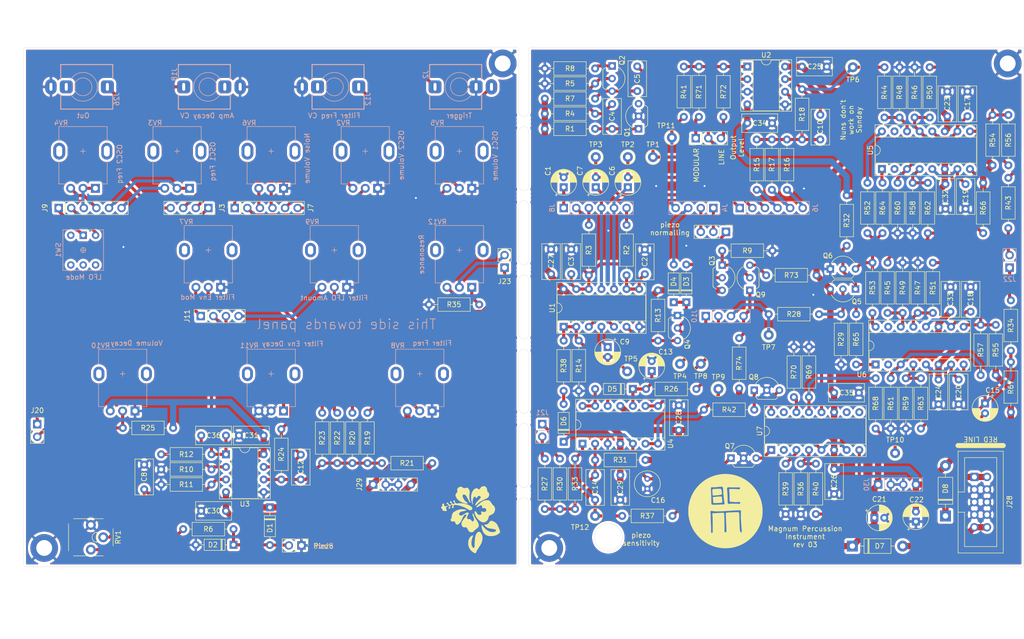
<source format=kicad_pcb>
(kicad_pcb (version 20211014) (generator pcbnew)
  (title_block (title "Magnum Percussion Instrument") (date "2022-06-07") (rev "r03") (comment 2 "creativecommons.org/licenses/by/4.0/") (comment 3 "License: CC BY 4.0") (comment 4 "Author: Guy John"))
  (layers (0 "F.Cu" signal) (31 "B.Cu" signal) (36 "B.SilkS" user "B.Silkscreen") (37 "F.SilkS" user "F.Silkscreen") (38 "B.Mask" user) (39 "F.Mask" user) (44 "Edge.Cuts" user))
  (net 0 "")
  (net 1 "GND")
  (net 2 "/OSC2_LFO_Cap")
  (net 3 "Net-(C2-Pad2)")
  (net 4 "/OSC2_LFO_Main")
  (net 5 "Net-(C4-Pad1)")
  (net 6 "Net-(C4-Pad2)")
  (net 7 "Net-(C5-Pad1)")
  (net 8 "/OSC1_Freq_R")
  (net 9 "/OSC2_Freq_R")
  (net 10 "Net-(C8-Pad2)")
  (net 11 "/Trigger")
  (net 12 "Net-(C10-Pad1)")
  (net 13 "/Filter/Input")
  (net 14 "Net-(C12-Pad1)")
  (net 15 "Net-(C13-Pad1)")
  (net 16 "Net-(C14-Pad1)")
  (net 17 "Net-(C14-Pad2)")
  (net 18 "/Filter/Output")
  (net 19 "/OutputVCA/Input")
  (net 20 "Net-(C16-Pad1)")
  (net 21 "Net-(C17-Pad2)")
  (net 22 "Net-(C18-Pad2)")
  (net 23 "Net-(C19-Pad2)")
  (net 24 "Net-(C20-Pad2)")
  (net 25 "+12V")
  (net 26 "-12V")
  (net 27 "Net-(D1-Pad2)")
  (net 28 "Net-(D3-Pad1)")
  (net 29 "Net-(D3-Pad2)")
  (net 30 "Net-(D4-Pad2)")
  (net 31 "Net-(D5-Pad2)")
  (net 32 "Net-(D6-Pad2)")
  (net 33 "Net-(D7-Pad2)")
  (net 34 "Net-(D8-Pad1)")
  (net 35 "Net-(J2-PadT)")
  (net 36 "Net-(J2-PadS)")
  (net 37 "/Noise_Return")
  (net 38 "/OSC1_Return")
  (net 39 "/OSC2_Return")
  (net 40 "/OSC1_Freq_L")
  (net 41 "/OSC2_Freq_L")
  (net 42 "Net-(J9-Pad2)")
  (net 43 "Net-(J9-Pad3)")
  (net 44 "Net-(J9-Pad4)")
  (net 45 "Net-(J9-Pad5)")
  (net 46 "Net-(J9-Pad6)")
  (net 47 "/Filter_Env_Decay")
  (net 48 "/OSC2_LFO_Signal")
  (net 49 "/Filter_Env")
  (net 50 "/Filter_Env_Decay_Ctrl")
  (net 53 "Net-(J12-PadT)")
  (net 54 "/Res_Amount")
  (net 55 "Net-(J4-Pad1)")
  (net 58 "Net-(Q2-Pad1)")
  (net 59 "Net-(Q4-Pad3)")
  (net 60 "Net-(Q5-Pad2)")
  (net 61 "Net-(Q5-Pad1)")
  (net 62 "/Filter/I_Freq")
  (net 63 "Net-(Q7-Pad3)")
  (net 64 "Net-(Q7-Pad1)")
  (net 65 "/OutputVCA/I_Gain")
  (net 66 "Net-(Q8-Pad1)")
  (net 67 "Net-(R6-Pad2)")
  (net 68 "Net-(C36-Pad1)")
  (net 69 "Net-(R36-Pad2)")
  (net 70 "Net-(R39-Pad2)")
  (net 71 "Net-(R40-Pad2)")
  (net 72 "/OutputVCA/Output")
  (net 73 "Net-(R42-Pad1)")
  (net 74 "Net-(R43-Pad2)")
  (net 75 "Net-(R44-Pad2)")
  (net 76 "Net-(R45-Pad1)")
  (net 77 "Net-(R45-Pad2)")
  (net 78 "Net-(R47-Pad1)")
  (net 79 "Net-(R50-Pad2)")
  (net 80 "Net-(R51-Pad2)")
  (net 81 "Net-(R52-Pad1)")
  (net 82 "Net-(R53-Pad1)")
  (net 83 "Net-(R56-Pad2)")
  (net 84 "Net-(R57-Pad2)")
  (net 85 "Net-(R58-Pad1)")
  (net 86 "Net-(R59-Pad1)")
  (net 87 "Net-(R64-Pad1)")
  (net 88 "Net-(R65-Pad1)")
  (net 89 "Net-(R70-Pad1)")
  (net 91 "/Noise_Signal")
  (net 98 "/OSC1_Signal")
  (net 99 "/OSC2_Signal")
  (net 100 "/Freq_Control_Ctrl")
  (net 101 "/Freq_Control_Main")
  (net 102 "Net-(R23-Pad1)")
  (net 103 "Net-(J4-Pad2)")
  (net 104 "/Res_Top")
  (net 105 "Net-(C36-Pad2)")
  (net 106 "Net-(J7-Pad1)")
  (net 107 "Net-(J7-Pad2)")
  (net 108 "Net-(R22-Pad1)")
  (net 109 "Net-(R35-Pad1)")
  (net 110 "/Filter_Env_Mod_Ctrl")
  (net 111 "/Filter_LFO_Mod_Ctrl")
  (net 112 "Net-(U1-Pad3)")
  (net 113 "Net-(J7-Pad3)")
  (net 116 "Net-(J7-Pad4)")
  (net 117 "Net-(J7-Pad5)")
  (net 118 "Net-(J7-Pad6)")
  (net 119 "Net-(J23-Pad1)")
  (net 120 "Net-(J18-PadT)")
  (net 121 "Net-(R19-Pad1)")
  (net 122 "Net-(R68-Pad2)")
  (net 123 "Net-(J9-Pad1)")
  (net 124 "Net-(J20-Pad2)")
  (net 125 "Net-(J21-Pad1)")
  (net 126 "Net-(J21-Pad2)")
  (net 130 "/Final_Output_Ctrl")
  (net 131 "/Final_Output_Main")
  (net 132 "Net-(Q3-Pad1)")
  (net 133 "Net-(Q9-Pad3)")
  (net 134 "Net-(C9-Pad1)")
  (net 135 "Net-(J27-Pad1)")
  (net 136 "Net-(J27-Pad2)")
  (net 137 "Net-(J27-Pad3)")
  (net 138 "Net-(J23-Pad2)")
  (footprint "rumblesan-standard-parts:MountingHole_3.2mm_M3_DIN965_Pad" (layer "F.Cu") (at 34.163 131.191)
    (fp_text reference "H9" hide)
    (fp_text value "MountingHole_Pad" hide)
  )
  (footprint "rumblesan-standard-parts:R_Axial_DIN0207_L6.3mm_D2.5mm_P10.16mm_Horizontal" (layer "F.Cu") (at 190.119 76.073 180)
    (fp_text reference "R73")
    (fp_text value "22k")
  )
  (footprint "rumblesan-standard-parts:R_Axial_DIN0207_L6.3mm_D2.5mm_P10.16mm_Horizontal" (layer "F.Cu") (at 144.145 76.073 90)
    (fp_text reference "R3")
    (fp_text value "22k")
  )
  (footprint "rumblesan-standard-parts:R_Axial_DIN0207_L6.3mm_D2.5mm_P10.16mm_Horizontal" (layer "F.Cu") (at 96.393 103.886 -90)
    (fp_text reference "R20")
    (fp_text value "100k")
  )
  (footprint "rumblesan-standard-parts:TestPoint_Loop_D2.50mm_Drill1.0mm_LowProfile" (layer "F.Cu") (at 162.56 93.98)
    (fp_text reference "TP4")
    (fp_text value "Trigger TestPoint" hide)
  )
  (footprint "rumblesan-standard-parts:R_Axial_DIN0207_L6.3mm_D2.5mm_P10.16mm_Horizontal" (layer "F.Cu") (at 171.323 44.069 90)
    (fp_text reference "R72")
    (fp_text value "10k")
  )
  (footprint "rumblesan-standard-parts:R_Axial_DIN0207_L6.3mm_D2.5mm_P10.16mm_Horizontal" (layer "F.Cu") (at 135.255 43.434)
    (fp_text reference "R4")
    (fp_text value "1m")
  )
  (footprint "rumblesan-standard-parts:R_Axial_DIN0207_L6.3mm_D2.5mm_P10.16mm_Horizontal" (layer "F.Cu") (at 212.979 44.196 90)
    (fp_text reference "R50")
    (fp_text value "100k")
  )
  (footprint "rumblesan-standard-parts:MountingHole_3.2mm_M3_DIN965_Pad" (layer "F.Cu") (at 228.727 33.274)
    (fp_text reference "H7" hide)
    (fp_text value "MountingHole_Pad" hide)
  )
  (footprint "rumblesan-standard-parts:TO-92_Inline_Wide" (layer "F.Cu") (at 162.052 84.201 -90)
    (fp_text reference "Q4")
    (fp_text value "2N3904")
  )
  (footprint "Connector_PinSocket_2.54mm:PinSocket_1x06_P2.54mm_Vertical" (layer "F.Cu") (at 72.644 62.484 90)
    (fp_text reference "J7")
    (fp_text value "Conn_01x06_Socket" hide)
  )
  (footprint "Panelization:mouse-bite-2mm-slot" (layer "F.Cu") (at 131 75 90)
    (fp_text reference "H3" hide)
    (fp_text value "MouseBite" hide)
    (fp_arc (start 2 1) (mid 1 0) (end 2 -1) (layer "Edge.Cuts") (width 0.05))
    (fp_arc (start -2 -1) (mid -1 0) (end -2 1) (layer "Edge.Cuts") (width 0.05))
  )
  (footprint "rumblesan-standard-parts:CP_Radial_D5.0mm_P2.00mm" (layer "F.Cu") (at 147.955 90.583 -90)
    (fp_text reference "C9")
    (fp_text value "1uF")
  )
  (footprint "rumblesan-standard-parts:R_Axial_DIN0207_L6.3mm_D2.5mm_P10.16mm_Horizontal" (layer "F.Cu") (at 202.057 107.061 90)
    (fp_text reference "R68")
    (fp_text value "100k")
  )
  (footprint "rumblesan-standard-parts:CP_Radial_D5.0mm_P2.00mm" (layer "F.Cu") (at 152.019 58.293 90)
    (fp_text reference "C6")
    (fp_text value "1uF")
  )
  (footprint "rumblesan-standard-parts:R_Axial_DIN0207_L6.3mm_D2.5mm_P10.16mm_Horizontal" (layer "F.Cu") (at 138.303 113.157 -90)
    (fp_text reference "R30")
    (fp_text value "100k")
  )
  (footprint "rumblesan-standard-parts:TO-92_Inline_Wide" (layer "F.Cu") (at 148.844 33.782 -90)
    (fp_text reference "Q2")
    (fp_text value "2N3904")
  )
  (footprint "rumblesan-standard-parts:R_Axial_DIN0207_L6.3mm_D2.5mm_P10.16mm_Horizontal" (layer "F.Cu") (at 223.774 67.564 90)
    (fp_text reference "R66")
    (fp_text value "10k")
  )
  (footprint "rumblesan-standard-parts:R_Axial_DIN0207_L6.3mm_D2.5mm_P10.16mm_Horizontal" (layer "F.Cu") (at 141.351 123.317 90)
    (fp_text reference "R33")
    (fp_text value "27k")
  )
  (footprint "rumblesan-standard-parts:R_Axial_DIN0207_L6.3mm_D2.5mm_P10.16mm_Horizontal" (layer "F.Cu") (at 90.297 103.886 -90)
    (fp_text reference "R23")
    (fp_text value "47k")
  )
  (footprint "rumblesan-standard-parts:R_Axial_DIN0207_L6.3mm_D2.5mm_P10.16mm_Horizontal" (layer "F.Cu") (at 205.105 96.901 -90)
    (fp_text reference "R61")
    (fp_text value "220r")
  )
  (footprint "rumblesan-standard-parts:R_Axial_DIN0207_L6.3mm_D2.5mm_P10.16mm_Horizontal" (layer "F.Cu") (at 229.362 93.599 -90)
    (fp_text reference "R67")
    (fp_text value "10k")
  )
  (footprint "rumblesan-standard-parts:R_Axial_DIN0207_L6.3mm_D2.5mm_P10.16mm_Horizontal" (layer "F.Cu") (at 135.255 46.482)
    (fp_text reference "R1")
    (fp_text value "100k")
  )
  (footprint "rumblesan-standard-parts:R_Axial_DIN0207_L6.3mm_D2.5mm_P10.16mm_Horizontal" (layer "F.Cu") (at 145.415 37.338 180)
    (fp_text reference "R5")
    (fp_text value "100k")
  )
  (footprint "rumblesan-standard-parts:R_Axial_DIN0207_L6.3mm_D2.5mm_P10.16mm_Horizontal" (layer "F.Cu") (at 142.113 89.281 -90)
    (fp_text reference "R14")
    (fp_text value "150k")
  )
  (footprint "rumblesan-standard-parts:R_Axial_DIN0207_L6.3mm_D2.5mm_P10.16mm_Horizontal" (layer "F.Cu") (at 163.322 33.909 -90)
    (fp_text reference "R41")
    (fp_text value "1k")
  )
  (footprint "rumblesan-standard-parts:R_Axial_DIN0207_L6.3mm_D2.5mm_P10.16mm_Horizontal" (layer "F.Cu") (at 195.072 83.947 -90)
    (fp_text reference "R29")
    (fp_text value "470r")
  )
  (footprint "rumblesan-standard-parts:C_Rect_L7.0mm_W3.5mm_P5.00mm" (layer "F.Cu") (at 218.821 102.155 90)
    (fp_text reference "C20")
    (fp_text value "100pF")
  )
  (footprint "rumblesan-standard-parts:R_Axial_DIN0207_L6.3mm_D2.5mm_P10.16mm_Horizontal" (layer "F.Cu") (at 93.345 103.886 -90)
    (fp_text reference "R22")
    (fp_text value "100k")
  )
  (footprint "bcm-graphics:BCM_Logo_small_15mmx15mm" (layer "F.Cu") (at 171.704 123.698)
    (fp_text reference "Ref**" hide)
    (fp_text value "Val**" hide)
  )
  (footprint "rumblesan-standard-parts:TestPoint_Loop_D2.50mm_Drill1.0mm_LowProfile" (layer "F.Cu") (at 145.415 124.714)
    (fp_text reference "TP12")
    (fp_text value "Schmitt Trigger TestPoint" hide)
  )
  (footprint "rumblesan-standard-parts:C_Rect_L7.0mm_W3.5mm_P5.00mm" (layer "F.Cu") (at 145.415 116.459 -90)
    (fp_text reference "C14")
    (fp_text value "22pF")
  )
  (footprint "rumblesan-standard-parts:R_Axial_DIN0207_L6.3mm_D2.5mm_P10.16mm_Horizontal" (layer "F.Cu") (at 180.467 83.947)
    (fp_text reference "R28")
    (fp_text value "47r")
  )
  (footprint "rumblesan-standard-parts:TestPoint_Loop_D2.50mm_Drill1.0mm_LowProfile" (layer "F.Cu") (at 145.542 52.197 180)
    (fp_text reference "TP3")
    (fp_text value "OSC2 TestPoint" hide)
  )
  (footprint "rumblesan-standard-parts:R_Axial_DIN0207_L6.3mm_D2.5mm_P10.16mm_Horizontal" (layer "F.Cu") (at 135.255 123.317 90)
    (fp_text reference "R27")
    (fp_text value "120k")
  )
  (footprint "rumblesan-standard-parts:TestPoint_Loop_D2.50mm_Drill1.0mm_LowProfile" (layer "F.Cu") (at 151.892 95.504 180)
    (fp_text reference "TP5")
    (fp_text value "Schmitt Trigger TestPoint" hide)
  )
  (footprint "rumblesan-standard-parts:TO-92_Inline_Wide" (layer "F.Cu") (at 197.993 78.867 180)
    (fp_text reference "Q5")
    (fp_text value "2N3904")
  )
  (footprint "rumblesan-standard-parts:CP_Radial_D5.0mm_P2.00mm" (layer "F.Cu") (at 156.845 95.4278 90)
    (fp_text reference "C13")
    (fp_text value "10uF")
  )
  (footprint "rumblesan-standard-parts:C_Rect_L7.0mm_W3.5mm_P5.00mm" (layer "F.Cu") (at 216.154 62.658 90)
    (fp_text reference "C32")
    (fp_text value "100nF")
  )
  (footprint "Connector_PinSocket_2.54mm:PinSocket_1x02_P2.54mm_Vertical" (layer "F.Cu") (at 32.766 106.172)
    (fp_text reference "J20")
    (fp_text value "Conn_01x02_Socket")
  )
  (footprint "rumblesan-standard-parts:DIP-8_W7.62mm_Socket" (layer "F.Cu") (at 70.866 112.268)
    (fp_text reference "U3")
    (fp_text value "TL072")
  )
  (footprint "rumblesan-standard-parts:C_Rect_L7.0mm_W3.5mm_P5.00mm" (layer "F.Cu") (at 221.234 78.439 -90)
    (fp_text reference "C18")
    (fp_text value "100pF")
  )
  (footprint "rumblesan-standard-parts:D_DO-35_SOD27_P7.62mm_Horizontal" (layer "F.Cu") (at 79.7306 122.9868 -90)
    (fp_text reference "D1")
    (fp_text value "1N4148")
  )
  (footprint "magnum-graphics:hibiscus" (layer "F.Cu") (at 120.269 125.476)
    (fp_text reference "REF**" hide)
    (fp_text value "hibiscus")
  )
  (footprint "rumblesan-standard-parts:R_Axial_DIN0207_L6.3mm_D2.5mm_P10.16mm_Horizontal" (layer "F.Cu") (at 211.201 96.901 -90)
    (fp_text reference "R63")
    (fp_text value "100k")
  )
  (footprint "rumblesan-standard-parts:R_Axial_DIN0207_L6.3mm_D2.5mm_P10.16mm_Horizontal" (layer "F.Cu") (at 226.314 86.106 -90)
    (fp_text reference "R55")
    (fp_text value "10k")
  )
  (footprint "rumblesan-standard-parts:C_Rect_L7.0mm_W3.5mm_P5.00mm" (layer "F.Cu") (at 162.306 102.362 -90)
    (fp_text reference "C28")
    (fp_text value "100nF")
  )
  (footprint "rumblesan-standard-parts:C_Rect_L7.0mm_W3.5mm_P5.00mm" (layer "F.Cu") (at 220.599 38.942 -90)
    (fp_text reference "C17")
    (fp_text value "100pF")
  )
  (footprint "Panelization:mouse-bite-2mm-slot" (layer "F.Cu") (at 131 90 90)
    (fp_text reference "H6" hide)
    (fp_text value "MouseBite" hide)
    (fp_arc (start -2 -1) (mid -1 0) (end -2 1) (layer "Edge.Cuts") (width 0.05))
    (fp_arc (start 2 1) (mid 1 0) (end 2 -1) (layer "Edge.Cuts") (width 0.05))
  )
  (footprint "rumblesan-standard-parts:C_Rect_L7.0mm_W3.5mm_P5.00mm" (layer "F.Cu") (at 181.149 45.339 180)
    (fp_text reference "C34")
    (fp_text value "100nF")
  )
  (footprint "rumblesan-standard-parts:R_Axial_DIN0207_L6.3mm_D2.5mm_P10.16mm_Horizontal" (layer "F.Cu") (at 155.702 99.06)
    (fp_text reference "R26")
    (fp_text value "1k")
  )
  (footprint "rumblesan-standard-parts:R_Axial_DIN0207_L6.3mm_D2.5mm_P10.16mm_Horizontal" (layer "F.Cu") (at 208.153 96.901 -90)
    (fp_text reference "R59")
    (fp_text value "220r")
  )
  (footprint "rumblesan-standard-parts:R_Axial_DIN0207_L6.3mm_D2.5mm_P10.16mm_Horizontal" (layer "F.Cu") (at 145.415 34.29 180)
    (fp_text reference "R8")
    (fp_text value "22r")
  )
  (footprint "rumblesan-standard-parts:D_DO-35_SOD27_P7.62mm_Horizontal" (layer "F.Cu") (at 163.83 81.534 90)
    (fp_text reference "D3")
    (fp_text value "1N4148")
  )
  (footprint "rumblesan-standard-parts:TestPoint_Loop_D2.50mm_Drill1.0mm_LowProfile" (layer "F.Cu") (at 152.019 52.197 180)
    (fp_text reference "TP2")
    (fp_text value "OSC1 TestPoint" hide)
  )
  (footprint "rumblesan-standard-parts:D_DO-35_SOD27_P7.62mm_Horizontal" (layer "F.Cu") (at 153.035 99.06 180)
    (fp_text reference "D5")
    (fp_text value "1N4148")
  )
  (footprint "rumblesan-standard-parts:R_Axial_DIN0207_L6.3mm_D2.5mm_P10.16mm_Horizontal" (layer "F.Cu") (at 171.069 71.12)
    (fp_text reference "R9")
    (fp_text value "10k")
  )
  (footprint "Connector_PinHeader_2.54mm:PinHeader_1x02_P2.54mm_Vertical" (layer "F.Cu") (at 86.111004 130.683 -90)
    (fp_text reference "J1" hide)
    (fp_text value "Piezo")
  )
  (footprint "rumblesan-standard-parts:R_Axial_DIN0207_L6.3mm_D2.5mm_P10.16mm_Horizontal" (layer "F.Cu") (at 50.038 106.934)
    (fp_text reference "R25")
    (fp_text value "22k")
  )
  (footprint "eurorack-power:Eurorack_PowerHeader_2x05_P2.54mm_Shrouded" (layer "F.Cu") (at 221.996 116.84)
    (fp_text reference "J28")
    (fp_text value "Eurorack Power Small")
  )
  (footprint "rumblesan-standard-parts:D_DO-35_SOD27_P7.62mm_Horizontal" (layer "F.Cu") (at 72.39 130.556 180)
    (fp_text reference "D2")
    (fp_text value "1N4148")
  )
  (footprint "Connector_PinSocket_2.54mm:PinSocket_1x06_P2.54mm_Vertical" (layer "F.Cu") (at 37.084 62.484 90)
    (fp_text reference "J9")
    (fp_text value "Conn_01x06_Socket")
  )
  (footprint "rumblesan-standard-parts:R_Axial_DIN0207_L6.3mm_D2.5mm_P10.16mm_Horizontal" (layer "F.Cu") (at 72.39 127.381 180)
    (fp_text reference "R6")
    (fp_text value "1k")
  )
  (footprint "rumblesan-standard-parts:MountingHole_3.2mm_M3_DIN965_Pad" (layer "F.Cu") (at 126.746 33.274)
    (fp_text reference "H10" hide)
    (fp_text value "MountingHole_Pad" hide)
  )
  (footprint "rumblesan-standard-parts:DIP-16_W7.62mm_Socket" (layer "F.Cu") (at 203.327 54.61 90)
    (fp_text reference "U5")
    (fp_text value "LM13700")
  )
  (footprint "rumblesan-standard-parts:TestPoint_Loop_D2.50mm_Drill1.0mm_LowProfile" (layer "F.Cu") (at 170.307 99.06)
    (fp_text reference "TP9")
    (fp_text value "TestPoint" hide)
  )
  (footprint "rumblesan-standard-parts:C_Rect_L7.0mm_W3.5mm_P5.00mm" (layer "F.Cu") (at 193.675 99.822)
    (fp_text reference "C35")
    (fp_text value "100nF")
  )
  (footprint "rumblesan-standard-parts:C_Rect_L7.0mm_W3.5mm_P5.00mm" (layer "F.Cu") (at 153.924 38.862 90)
    (fp_text reference "C5")
    (fp_text value "100nF")
  )
  (footprint "rumblesan-standard-parts:R_Axial_DIN0207_L6.3mm_D2.5mm_P10.16mm_Horizontal" (layer "F.Cu") (at 212.598 57.404 -90)
    (fp_text reference "R62")
    (fp_text value "100k")
  )
  (footprint "Panelization:mouse-bite-2mm-slot" (layer "F.Cu") (at 130.999992 119.999989 90)
    (fp_text reference "H5" hide)
    (fp_text value "MouseBite" hide)
    (fp_arc (start -2 -1) (mid -1 0) (end -2 1) (layer "Edge.Cuts") (width 0.05))
    (fp_arc (start 2 1) (mid 1 0) (end 2 -1) (layer "Edge.Cuts") (width 0.05))
  )
  (footprint "rumblesan-standard-parts:TO-92_Inline_Wide" (layer "F.Cu") (at 177.546 99.314)
    (fp_text reference "Q8")
    (fp_text value "2N3906")
  )
  (footprint "rumblesan-standard-parts:R_Axial_DIN0207_L6.3mm_D2.5mm_P10.16mm_Horizontal" (layer "F.Cu") (at 174.498 88.773 -90)
    (fp_text reference "R74")
    (fp_text value "82k")
  )
  (footprint "rumblesan-standard-parts:R_Axial_DIN0207_L6.3mm_D2.5mm_P10.16mm_Horizontal" (layer "F.Cu") (at 206.883 44.196 90)
    (fp_text reference "R48")
    (fp_text value "220r")
  )
  (footprint "rumblesan-standard-parts:MountingHole_3.2mm_M3_DIN965_Pad" (layer "F.Cu") (at 136.144 131.191)
    (fp_text reference "H8" hide)
    (fp_text value "MountingHole_Pad" hide)
  )
  (footprint "rumblesan-standard-parts:R_Axial_DIN0207_L6.3mm_D2.5mm_P10.16mm_Horizontal" (layer "F.Cu") (at 213.614 83.693 90)
    (fp_text reference "R51")
    (fp_text value "100k")
  )
  (footprint "rumblesan-standard-parts:DIP-8_W7.62mm_Socket" (layer "F.Cu") (at 176.149 33.909)
    (fp_text reference "U2")
    (fp_text value "TL072")
  )
  (footprint "rumblesan-standard-parts:R_Axial_DIN0207_L6.3mm_D2.5mm_P10.16mm_Horizontal" (layer "F.Cu") (at 167.386 103.251)
    (fp_text reference "R42")
    (fp_text value "33k")
  )
  (footprint "rumblesan-standard-parts:R_Axial_DIN0207_L6.3mm_D2.5mm_P10.16mm_Horizontal" (layer "F.Cu") (at 201.422 83.693 90)
    (fp_text reference "R53")
    (fp_text value "22k")
  )
  (footprint "rumblesan-standard-parts:C_Rect_L7.0mm_W3.5mm_P5.00mm" (layer "F.Cu") (at 155.448 70.866 -90)
    (fp_text reference "C2")
    (fp_text value "47nF")
  )
  (footprint "rumblesan-standard-parts:R_Axial_DIN0207_L6.3mm_D2.5mm_P10.16mm_Horizontal" (layer "F.Cu") (at 185.547 100.711 90)
    (fp_text reference "R70")
    (fp_text value "220r")
  )
  (footprint "Connector_PinHeader_2.54mm:PinHeader_1x03_P2.54mm_Vertical" (layer "F.Cu") (at 165.735 48.387 90)
    (fp_text reference "J27" hide)
    (fp_text value "Conn_01x03_Header" hide)
  )
  (footprint "rumblesan-standard-parts:R_Axial_DIN0207_L6.3mm_D2.5mm_P10.16mm_Horizontal" (layer "F.Cu") (at 206.502 57.404 -90)
    (fp_text reference "R60")
    (fp_text value "220r")
  )
  (footprint "rumblesan-standard-parts:R_Axial_DIN0207_L6.3mm_D2.5mm_P10.16mm_Horizontal" (layer "F.Cu") (at 135.255 40.386)
    (fp_text reference "R7")
    (fp_text value "10k")
  )
  (footprint "Connector_PinSocket_2.54mm:PinSocket_1x04_P2.54mm_Vertical" (layer "F.Cu") (at 100.584 118.364 90)
    (fp_text reference "J29")
    (fp_text value "Conn_01x04_Socket")
  )
  (footprint "rumblesan-standard-parts:R_Axial_DIN0207_L6.3mm_D2.5mm_P10.16mm_Horizontal" (layer "F.Cu") (at 210.566 83.693 90)
    (fp_text reference "R47")
    (fp_text value "220r")
  )
  (footprint "rumblesan-standard-parts:TO-92_Inline_Wide" (layer "F.Cu") (at 154.178 46.482 90)
    (fp_text reference "Q1")
    (fp_text value "2N3904")
  )
  (footprint "rumblesan-standard-parts:CP_Radial_D5.0mm_P2.00mm" (layer "F.Cu") (at 145.542 58.293 90)
    (fp_text reference "C7")
    (fp_text value "1uF")
  )
  (footprint "rumblesan-standard-parts:R_Axial_DIN0207_L6.3mm_D2.5mm_P10.16mm_Horizontal" (layer "F.Cu") (at 203.835 34.036 -90)
    (fp_text reference "R44")
    (fp_text value "100k")
  )
  (footprint "rumblesan-standard-parts:C_Rect_L7.0mm_W3.5mm_P5.00mm" (layer "F.Cu") (at 78.486 108.458 180)
    (fp_text reference "C31")
    (fp_text value "100nF")
  )
  (footprint "rumblesan-standard-parts:TestPoint_Loop_D2.50mm_Drill1.0mm_LowProfile" (layer "F.Cu") (at 166.751 93.98)
    (fp_text reference "TP8")
    (fp_text value "Filter Env TestPoint" hide)
  )
  (footprint "Connector_PinSocket_2.54mm:PinSocket_1x04_P2.54mm_Vertical" (layer "F.Cu") (at 65.786 84.328 90)
    (fp_text reference "J11")
    (fp_text value "Conn_01x04_Socket" hide)
  )
  (footprint "rumblesan-standard-parts:C_Radial_D5.0mm_H5.0mm_P2.00mm" (layer "F.Cu") (at 155.956 117.221 -90)
    (fp_text reference "C16")
    (fp_text value "1uF")
  )
  (footprint "Connector_PinSocket_2.54mm:PinSocket_1x04_P2.54mm_Vertical" (layer "F.Cu") (at 67.31 62.484 -90)
    (fp_text reference "J3")
    (fp_text value "Conn_01x04_Socket" hide)
  )
  (footprint "rumblesan-standard-parts:TestPoint_Loop_D2.50mm_Drill1.0mm_LowProfile" (layer "F.Cu") (at 205.994 112.014)
    (fp_text reference "TP10")
    (fp_text value "Mixer TestPoint" hide)
  )
  (footprint "rumblesan-standard-parts:R_Axial_DIN0207_L6.3mm_D2.5mm_P10.16mm_Horizontal" (layer "F.Cu") (at 150.876 124.714)
    (fp_text reference "R37")
    (fp_text value "4k3")
  )
  (footprint "rumblesan-standard-parts:R_Axial_DIN0207_L6.3mm_D2.5mm_P10.16mm_Horizontal" (layer "F.Cu") (at 183.896 124.333 90)
    (fp_text reference "R39")
    (fp_text value "470r")
  )
  (footprint "rumblesan-standard-parts:TO-92_Inline_Wide" (layer "F.Cu") (at 192.913 74.803)
    (fp_text reference "Q6")
    (fp_text value "2N3906")
  )
  (footprint "rumblesan-standard-parts:TestPoint_Loop_D2.50mm_Drill1.0mm_LowProfile" (layer "F.Cu") (at 157.099 52.197 90)
    (fp_text reference "TP1")
    (fp_text value "Noise TestPoint" hide)
  )
  (footprint "rumblesan-standard-parts:R_Axial_DIN0207_L6.3mm_D2.5mm_P10.16mm_Horizontal" (layer "F.Cu") (at 203.454 57.404 -90)
    (fp_text reference "R64")
    (fp_text value "22k")
  )
  (footprint "rumblesan-standard-parts:R_Axial_DIN0207_L6.3mm_D2.5mm_P10.16mm_Horizontal" (layer "F.Cu") (at 99.441 103.886 -90)
    (fp_text reference "R19")
    (fp_text value "100k")
  )
  (footprint "rumblesan-standard-parts:R_Axial_DIN0207_L6.3mm_D2.5mm_P10.16mm_Horizontal" (layer "F.Cu") (at 198.12 94.107 90)
    (fp_text reference "R65")
    (fp_text value "22k")
  )
  (footprint "rumblesan-standard-parts:R_Axial_DIN0207_L6.3mm_D2.5mm_P10.16mm_Horizontal" (layer "F.Cu") (at 189.992 114.173 -90)
    (fp_text reference "R40")
    (fp_text value "100k")
  )
  (footprint "Panelization:mouse-bite-2mm-slot" (layer "F.Cu") (at 131 60 90)
    (fp_text reference "H4" hide)
    (fp_text value "MouseBite" hide)
    (fp_arc (start -2 -1) (mid -1 0) (end -2 1) (layer "Edge.Cuts") (width 0.05))
    (fp_arc (start 2 1) (mid 1 0) (end 2 -1) (layer "Edge.Cuts") (width 0.05))
  )
  (footprint "Connector_PinSocket_2.54mm:PinSocket_1x02_P2.54mm_Vertical" (layer "F.Cu") (at 127.127 74.549 180)
    (fp_text reference "J23")
    (fp_text value "Conn_01x02_Socket" hide)
  )
  (footprint "Connector_PinHeader_2.54mm:PinHeader_1x03_P2.54mm_Vertical" (layer "F.Cu") (at 171.831 67.31 -90)
    (fp_text reference "J5" hide)
    (fp_text value "Conn_01x03_Header" hide)
  )
  (footprint "rumblesan-standard-parts:R_Axial_DIN0207_L6.3mm_D2.5mm_P10.16mm_Horizontal" (layer "F.Cu") (at 228.854 66.548 90)
    (fp_text reference "R43")
    (fp_text value "6k8")
  )
  (footprint "rumblesan-standard-parts:C_Rect_L7.0mm_W3.5mm_P5.00mm" (layer "F.Cu") (at 65.866 123.698)
    (fp_text reference "C30")
    (fp_text value "100nF")
  )
  (footprint "rumblesan-standard-parts:C_Rect_L7.0mm_W3.5mm_P5.00mm" (layer "F.Cu") (at 214.757 102.155 90)
    (fp_text reference "C24")
    (fp_text value "100nF")
  )
  (footprint "rumblesan-standard-parts:Potentiometer_THT_Bourns_3306P_Vertical" (layer "F.Cu") (at 44.831 129.032 -90)
    (fp_text reference "RV1")
    (fp_text value "100k")
  )
  (footprint "rumblesan-standard-parts:R_Axial_DIN0207_L6.3mm_D2.5mm_P10.16mm_Horizontal" (layer "F.Cu") (at 228.854 43.688 -90)
    (fp_text reference "R56")
    (fp_text value "100k")
  )
  (footprint "rumblesan-standard-parts:TO-92_Inline_Wide" (layer "F.Cu") (at 176.657 79.121 90)
    (fp_text reference "Q9")
    (fp_text value "2N3906")
  )
  (footprint "rumblesan-standard-parts:CP_Radial_D5.0mm_P2.00mm" (layer "F.Cu") (at 210.185 125.857 90)
    (fp_text reference "C22")
    (fp_text value "1uF")
  )
  (footprint "rumblesan-standard-parts:R_Axial_DIN0207_L6.3mm_D2.5mm_P10.16mm_Horizontal" (layer "F.Cu") (at 151.765 76.073 90)
    (fp_text reference "R2")
    (fp_text value "22k")
  )
  (footprint "rumblesan-standard-parts:R_Axial_DIN0207_L6.3mm_D2.5mm_P10.16mm_Horizontal" (layer "F.Cu") (at 225.679 43.688 -90)
    (fp_text reference "R54")
    (fp_text value "10k")
  )
  (footprint "rumblesan-standard-parts:TO-92_Inline_Wide" (layer "F.Cu") (at 171.069 74.041 -90)
    (fp_text reference "Q3")
    (fp_text value "2N3904")
  )
  (footprint "rumblesan-standard-parts:R_Axial_DIN0207_L6.3mm_D2.5mm_P10.16mm_Horizontal" (layer "F.Cu") (at 155.575 113.411 180)
    (fp_text reference "R31")
    (fp_text value "100k")
  )
  (footprint "rumblesan-standard-parts:C_Rect_L7.0mm_W3.5mm_P5.00mm" (layer "F.Cu") (at 217.17 83.439 90)
    (fp_text reference "C33")
    (fp_text value "100nF")
  )
  (footprint "rumblesan-standard-parts:C_Rect_L7.0mm_W3.5mm_P5.00mm" (layer "F.Cu") (at 54.356 114.34 -90)
    (fp_text reference "C8")
    (fp_text value "220nF")
  )
  (footprint "rumblesan-standard-parts:CP_Radial_D5.0mm_P2.00mm" (layer "F.Cu") (at 201.803 125.095)
    (fp_text reference "C21")
    (fp_text value "1uF")
  )
  (footprint "rumblesan-standard-parts:R_Axial_DIN0207_L6.3mm_D2.5mm_P10.16mm_Horizontal" (layer "F.Cu") (at 184.15 58.801 90)
    (fp_text reference "R16")
    (fp_text value "100k")
  )
  (footprint "rumblesan-standard-parts:C_Rect_L7.0mm_W3.5mm_P5.00mm" (layer "F.Cu") (at 220.218 62.658 90)
    (fp_text reference "C19")
    (fp_text value "100pF")
  )
  (footprint "rumblesan-standard-parts:R_Axial_DIN0207_L6.3mm_D2.5mm_P10.16mm_Horizontal" (layer "F.Cu") (at 204.47 73.533 -90)
    (fp_text reference "R45")
    (fp_text value "100k")
  )
  (footprint "Panelization:mouse-bite-2mm-slot" (layer "F.Cu") (at 131 105 90)
    (fp_text reference "H1" hide)
    (fp_text value "MouseBite" hide)
    (fp_arc (start 2 1) (mid 1 0) (end 2 -1) (layer "Edge.Cuts") (width 0.05))
    (fp_arc (start -2 -1) (mid -1 0) (end -2 1) (layer "Edge.Cuts") (width 0.05))
  )
  (footprint "rumblesan-standard-parts:C_Rect_L7.0mm_W3.5mm_P5.00mm" (layer "F.Cu") (at 85.979 117.348 90)
    (fp_text reference "C12")
    (fp_text value "10nF")
  )
  (footprint "rumblesan-standard-parts:R_Axial_DIN0207_L6.3mm_D2.5mm_P10.16mm_Horizontal" (layer "F.Cu") (at 67.945 112.268 180)
    (fp_text reference "R12")
    (fp_text value "220k")
  )
  (footprint "rumblesan-standard-parts:R_Axial_DIN0207_L6.3mm_D2.5mm_P10.16mm_Horizontal" (layer "F.Cu") (at 209.931 44.196 90)
    (fp_text reference "R46")
    (fp_text value "220r")
  )
  (footprint "rumblesan-standard-parts:D_DO-35_SOD27_P7.62mm_Horizontal" (layer "F.Cu") (at 161.29 81.534 90)
    (fp_text reference "D4")
    (fp_text value "1N4148")
  )
  (footprint "rumblesan-standard-parts:DIP-14_W7.62mm_Socket" (layer "F.Cu") (at 142.875 110.109 90)
    (fp_text reference "U4")
    (fp_text value "TL074")
  )
  (footprint "Panelization:mouse-bite-2mm-slot" (layer "F.Cu") (at 130.999992 45.000012 90)
    (fp_text reference "H2" hide)
    (fp_text value "MouseBite" hide)
    (fp_arc (start 2 1) (mid 1 0) (end 2 -1) (layer "Edge.Cuts") (width 0.05))
    (fp_arc (start -2 -1) (mid -1 0) (end -2 1) (layer "Edge.Cuts") (width 0.05))
  )
  (footprint "rumblesan-standard-parts:R_Axial_DIN0207_L6.3mm_D2.5mm_P10.16mm_Horizontal" (layer "F.Cu") (at 181.102 58.801 90)
    (fp_text reference "R17")
    (fp_text value "100k")
  )
  (footprint "rumblesan-standard-parts:C_Rect_L7.0mm_W3.5mm_P5.00mm" (layer "F.Cu") (at 148.844 46.482 90)
    (fp_text reference "C4")
    (fp_text value "47nF")
  )
  (footprint "rumblesan-standard-parts:C_Rect_L7.0mm_W3.5mm_P5.00mm" (layer "F.Cu") (at 140.589 75.819 90)
    (fp_text reference "C3")
    (fp_text value "47nF")
  )
  (footprint "rumblesan-standard-parts:C_Rect_L7.0mm_W3.5mm_P5.00mm" (layer "F.Cu") (at 136.525 75.819 90)
    (fp_text reference "C27")
    (fp_text value "100nF")
  )
  (footprint "rumblesan-standard-parts:C_Rect_L7.0mm_W3.5mm_P5.00mm" (layer "F.Cu") (at 150.495 116.459 -90)
    (fp_text reference "C29")
    (fp_text value "100nF")
  )
  (footprint "rumblesan-standard-parts:TO-92_Inline_Wide" (layer "F.Cu") (at 172.847 113.03)
    (fp_text reference "Q7")
    (fp_text value "2N3906")
  )
  (footprint "rumblesan-standard-parts:R_Axial_DIN0207_L6.3mm_D2.5mm_P10.16mm_Horizontal" (layer "F.Cu") (at 166.37 44.069 90)
    (fp_text reference "R71")
    (fp_text value "33k")
  )
  (footprint "rumblesan-standard-parts:D_DO-41_SOD81_P10.16mm_Horizontal" (layer "F.Cu") (at 197.358 130.81)
    (fp_text reference "D7")
    (fp_text value "1N5818")
  )
  (footprint "rumblesan-standard-parts:R_Axial_DIN0207_L6.3mm_D2.5mm_P10.16mm_Horizontal" (layer "F.Cu") (at 82.042 117.348 90)
    (fp_text reference "R24")
    (fp_text value "2k")
  )
  (footprint "rumblesan-standard-parts:C_Rect_L7.0mm_W3.5mm_P5.00mm" (layer "F.Cu") (at 216.535 43.942 90)
    (fp_text reference "C23")
    (fp_text value "100nF")
  )
  (footprint "rumblesan-standard-parts:C_Rect_L7.0mm_W3.5mm_P5.00mm" (layer "F.Cu") (at 187.198 33.909)
    (fp_text reference "C25")
    (fp_text value "100nF")
  )
  (footprint "rumblesan-standard-parts:R_Axial_DIN0207_L6.3mm_D2.5mm_P10.16mm_Horizontal" (layer "F.Cu") (at 139.065 89.281 -90)
    (fp_text reference "R38")
    (fp_text value "470r")
  )
  (footprint "rumblesan-standard-parts:DIP-14_W7.62mm_Socket" (layer "F.Cu") (at 139.065 86.487 90)
    (fp_text reference "U1")
    (fp_text value "CD4093")
  )
  (footprint "rumblesan-standard-parts:DIP-16_W7.62mm_Socket" (layer "F.Cu") (at 202.057 94.107 90)
    (fp_text reference "U6")
    (fp_text value "LM13700")
  )
  (footprint "rumblesan-standard-parts:D_DO-35_SOD27_P7.62mm_Horizontal" (layer "F.Cu") (at 139.065 109.728 90)
    (fp_text reference "D6")
    (fp_text value "1N4148")
  )
  (footprint "rumblesan-standard-parts:R_Axial_DIN0207_L6.3mm_D2.5mm_P10.16mm_Horizontal" (layer "F.Cu") (at 229.362 91.313 90)
    (fp_text reference "R34")
    (fp_text value "10k")
  )
  (footprint "rumblesan-standard-parts:R_Axial_DIN0207_L6.3mm_D2.5mm_P10.16mm_Horizontal" (layer "F.Cu") (at 57.785 115.316)
    (fp_text reference "R10")
    (fp_text value "10k")
  )
  (footprint "rumblesan-standard-parts:R_Axial_DIN0207_L6.3mm_D2.5mm_P10.16mm_Horizontal" (layer "F.Cu") (at 186.944 124.333 90)
    (fp_text reference "R36")
    (fp_text value "470r")
  )
  (footprint "rumblesan-standard-parts:R_Axial_DIN0207_L6.3mm_D2.5mm_P10.16mm_Horizontal" (layer "F.Cu") (at 200.406 57.404 -90)
    (fp_text reference "R52")
    (fp_text value "22k")
  )
  (footprint "rumblesan-standard-parts:TestPoint_Loop_D2.50mm_Drill1.0mm_LowProfile" (layer "F.Cu") (at 160.909 48.26)
    (fp_text reference "TP11")
    (fp_text value "Mixer TestPoint" hide)
  )
  (footprint "rumblesan-standard-parts:D_DO-41_SOD81_P10.16mm_Horizontal" (layer "F.Cu") (at 216.154 124.714 90)
    (fp_text reference "D8")
    (fp_text value "1N5818")
  )
  (footprint "rumblesan-standard-parts:CP_Radial_D5.0mm_P2.00mm" (layer "F.Cu") (at 139.065 58.293 90)
    (fp_text reference "C1")
    (fp_text value "1uF")
  )
  (footprint "rumblesan-standard-parts:C_Rect_L7.0mm_W3.5mm_P5.00mm" (layer "F.Cu") (at 190.881 48.641 90)
    (fp_text reference "C10")
    (fp_text value "22pF")
  )
  (footprint "rumblesan-standard-parts:CP_Radial_D5.0mm_P2.00mm" (layer "F.Cu") (at 224.155 101.981 -90)
    (fp_text reference "C15")
    (fp_text value "10uF")
  )
  (footprint "rumblesan-standard-parts:R_Axial_DIN0207_L6.3mm_D2.5mm_P10.16mm_Horizontal" (layer "F.Cu") (at 187.198 48.641 90)
    (fp_text reference "R18")
    (fp_text value "100k")
  )
  (footprint "rumblesan-standard-parts:DIP-16_W7.62mm_Socket" (layer "F.Cu") (at 180.975 111.379 90)
    (fp_text reference "U7")
    (fp_text value "LM13700")
  )
  (footprint "rumblesan-standard-parts:R_Axial_DIN0207_L6.3mm_D2.5mm_P10.16mm_Horizontal" (layer "F.Cu") (at 158.115 79.121 -90)
    (fp_text reference "R13")
    (fp_text value "10k")
  )
  (footprint "rumblesan-standard-parts:R_Axial_DIN0207_L6.3mm_D2.5mm_P10.16mm_Horizontal" (layer "F.Cu") (at 196.215 59.944 -90)
    (fp_text reference "R32")
    (fp_text value "100k")
  )
  (footprint "rumblesan-standard-parts:TestPoint_Loop_D2.50mm_Drill1.0mm_LowProfile" (layer "F.Cu") (at 180.467 88.138)
    (fp_text reference "TP7")
    (fp_text value "TestPoint" hide)
  )
  (footprint "rumblesan-standard-parts:C_Rect_L7.0mm_W3.5mm_P5.00mm" (layer "F.Cu") (at 65.866 108.458)
    (fp_text reference "C36")
    (fp_text value "22pF")
  )
  (footprint "rumblesan-standard-parts:TestPoint_Loop_D2.50mm_Drill1.0mm_LowProfile" (layer "F.Cu") (at 197.4596 34.036)
    (fp_text reference "TP6")
    (fp_text value "Mixer TestPoint")
  )
  (footprint "rumblesan-standard-parts:R_Axial_DIN0207_L6.3mm_D2.5mm_P10.16mm_Horizontal" (layer "F.Cu") (at 223.266 86.106 -90)
    (fp_text reference "R57")
    (fp_text value "100k")
  )
  (footprint "rumblesan-standard-parts:R_Axial_DIN0207_L6.3mm_D2.5mm_P10.16mm_Horizontal" (layer "F.Cu") (at 207.518 83.693 90)
    (fp_text reference "R49")
    (fp_text value "220r")
  )
  (footprint "rumblesan-standard-parts:C_Rect_L7.0mm_W3.5mm_P5.00mm" (layer "F.Cu") (at 193.675 120.269 90)
    (fp_text reference "C26")
    (fp_text value "100nF")
  )
  (footprint "rumblesan-standard-parts:R_Axial_DIN0207_L6.3mm_D2.5mm_P10.16mm_Horizontal" (layer "F.Cu") (at 188.595 100.711 90)
    (fp_text reference "R69")
    (fp_text value "220r")
  )
  (footprint "rumblesan-standard-parts:R_Axial_DIN0207_L6.3mm_D2.5mm_P10.16mm_Horizontal" (layer "F.Cu") (at 67.945 118.364 180)
    (fp_text reference "R11")
    (fp_text value "1m")
  )
  (footprint "rumblesan-standard-parts:R_Axial_DIN0207_L6.3mm_D2.5mm_P10.16mm_Horizontal" (layer "F.Cu") (at 178.054 58.801 90)
    (fp_text reference "R15")
    (fp_text value "22k")
  )
  (footprint "rumblesan-standard-parts:R_Axial_DIN0207_L6.3mm_D2.5mm_P10.16mm_Horizontal" (layer "F.Cu") (at 209.55 57.404 -90)
    (fp_text reference "R58")
    (fp_text value "220r")
  )
  (footprint "rumblesan-standard-parts:R_Axial_DIN0207_L6.3mm_D2.5mm_P10.16mm_Horizontal" (layer "F.Cu") (at 122 82 180)
    (fp_text reference "R35")
    (fp_text value "47k")
  )
  (footprint "rumblesan-standard-parts:R_Axial_DIN0207_L6.3mm_D2.5mm_P10.16mm_Horizontal" (layer "F.Cu") (at 112.522 114.046 180)
    (fp_text reference "R21")
    (fp_text value "220k")
  )
  (footprint "rumblesan-standard-parts:Jack_3.5mm_QingPu_WQP-PJ398SM_Vertical" (layer "B.Cu") (at 67.25 38 -90)
    (fp_text reference "J18")
    (fp_text value "Eurorack Mono Jack")
  )
  (footprint "Connector_PinHeader_2.54mm:PinHeader_1x02_P2.54mm_Vertical" (layer "B.Cu") (at 134.747 106.172 180)
    (fp_text reference "J21")
    (fp_text value "Conn_01x02_Header" hide)
  )
  (footprint "rumblesan-standard-parts:Potentiometer_Alpha_RD901F-40-00D_Single_Vertical" (layer "B.Cu") (at 110 96 180)
    (fp_text reference "RV8")
    (fp_text value "100kB" hide)
  )
  (footprint "Connector_PinHeader_2.54mm:PinHeader_1x06_P2.54mm_Vertical" (layer "B.Cu") (at 174.625 62.484 -90)
    (fp_text reference "J6")
    (fp_text value "Conn_01x06_Header" hide)
  )
  (footprint "rumblesan-standard-parts:Potentiometer_Song_Huei_R0904N_Single_Vertical" (layer "B.Cu") (at 99 51 180)
    (fp_text reference "RV2")
    (fp_text value "100kA" hide)
  )
  (footprint "rumblesan-standard-parts:Potentiometer_Alpha_RD901F-40-00D_Single_Vertical" (layer "B.Cu") (at 50 96 180)
    (fp_text reference "RV10")
    (fp_text value "100kB" hide)
  )
  (footprint "rumblesan-standard-parts:Potentiometer_Alpha_RD901F-40-00D_Single_Vertical" (layer "B.Cu") (at 67.3 71 180)
    (fp_text reference "RV7")
    (fp_text value "100kB" hide)
  )
  (footprint "rumblesan-standard-parts:SW_PUSH_2P2T_8mm_Apem_MHPS2285" (layer "B.Cu") (at 42.037 70.993 -90)
    (fp_text reference "SW1")
    (fp_text value "DPDT")
  )
  (footprint "rumblesan-standard-parts:Potentiometer_Song_Huei_R0904N_Single_Vertical" (layer "B.Cu") (at 118 51 180)
    (fp_text reference "RV5")
    (fp_text value "100kA" hide)
  )
  (footprint "rumblesan-standard-parts:Potentiometer_Alpha_RD901F-40-00D_Single_Vertical" (layer "B.Cu") (at 92.75 71 180)
    (fp_text reference "RV9")
    (fp_text value "100kB" hide)
  )
  (footprint "Connector_PinHeader_2.54mm:PinHeader_1x04_P2.54mm_Vertical" (layer "B.Cu") (at 169.291 62.484 90)
    (fp_text reference "J4")
    (fp_text value "Conn_01x04_Header" hide)
  )
  (footprint "rumblesan-standard-parts:Jack_3.5mm_QingPu_WQP-PJ398SM_Vertical" (layer "B.Cu") (at 42 38 90)
    (fp_text reference "J26")
    (fp_text value "Eurorack Mono Jack")
  )
  (footprint "rumblesan-standard-parts:Jack_3.5mm_QingPu_WQP-PJ398SM_Vertical" (layer "B.Cu") (at 118 38 -90)
    (fp_text reference "J2")
    (fp_text value "Eurorack Mono Jack")
  )
  (footprint "Connector_PinHeader_2.54mm:PinHeader_1x04_P2.54mm_Vertical" (layer "B.Cu") (at 202.565 118.364 -90)
    (fp_text reference "J30")
    (fp_text value "Conn_01x04_Header" hide)
  )
  (footprint "rumblesan-standard-parts:Potentiometer_Alpha_RD901F-40-00D_Single_Vertical" (layer "B.Cu") (at 118 71 180)
    (fp_text reference "RV12")
    (fp_text value "50kB" hide)
  )
  (footprint "rumblesan-standard-parts:Potentiometer_Song_Huei_R0904N_Single_Vertical" (layer "B.Cu") (at 80 51 180)
    (fp_text reference "RV6")
    (fp_text value "100kA" hide)
  )
  (footprint "rumblesan-standard-parts:Potentiometer_Alpha_RD901F-40-00D_Single_Vertical" (layer "B.Cu") (at 80 96 180)
    (fp_text reference "RV11")
    (fp_text value "100kB" hide)
  )
  (footprint "rumblesan-standard-parts:Potentiometer_Song_Huei_R0904N_Single_Vertical" (layer "B.Cu") (at 42 51 180)
    (fp_text reference "RV4")
    (fp_text value "1mA" hide)
  )
  (footprint "rumblesan-standard-parts:Potentiometer_Song_Huei_R0904N_Single_Vertical" (layer "B.Cu") (at 61 51 180)
    (fp_text reference "RV3")
    (fp_text value "1mA" hide)
  )
  (footprint "Connector_PinHeader_2.54mm:PinHeader_1x04_P2.54mm_Vertical" (layer "B.Cu") (at 167.767 84.328 -90)
    (fp_text reference "J10")
    (fp_text value "Conn_01x04_Header" hide)
  )
  (footprint "Connector_PinHeader_2.54mm:PinHeader_1x02_P2.54mm_Vertical" (layer "B.Cu") (at 229.108 74.549)
    (fp_text reference "J22")
    (fp_text value "Conn_01x02_Header" hide)
  )
  (footprint "Connector_PinHeader_2.54mm:PinHeader_1x06_P2.54mm_Vertical" (layer "B.Cu") (at 139.065 62.484 -90)
    (fp_text reference "J8")
    (fp_text value "Conn_01x06_Header" hide)
  )
  (footprint "rumblesan-standard-parts:Jack_3.5mm_QingPu_WQP-PJ398SM_Vertical" (layer "B.Cu") (at 92.75 38 90)
    (fp_text reference "J12")
    (fp_text value "Eurorack Mono Jack")
  )
  (gr_line (start 132 92) (end 132 103) (layer "Edge.Cuts") (width 0.05))
  (gr_line (start 130 62) (end 130 73) (layer "Edge.Cuts") (width 0.05))
  (gr_line (start 232 134.5) (end 232 30.5) (layer "Edge.Cuts") (width 0.05))
  (gr_line (start 132 62) (end 132 73) (layer "Edge.Cuts") (width 0.05))
  (gr_line (start 130 122) (end 130 134.5) (layer "Edge.Cuts") (width 0.05))
  (gr_line (start 132 77) (end 132 88) (layer "Edge.Cuts") (width 0.05))
  (gr_line (start 132 107) (end 132 118) (layer "Edge.Cuts") (width 0.05))
  (gr_circle (center 148.082 129.032) (end 148.082 131.826) (layer "Edge.Cuts") (width 0.05) (fill none))
  (gr_line (start 132.5 135) (end 231.5 135) (layer "Edge.Cuts") (width 0.05))
  (gr_arc (start 30.5 135) (mid 30.146447 134.853553) (end 30 134.5) (layer "Edge.Cuts") (width 0.05))
  (gr_arc (start 132.5 135) (mid 132.146447 134.853553) (end 132 134.5) (layer "Edge.Cuts") (width 0.05))
  (gr_arc (start 132 30.5) (mid 132.146447 30.146447) (end 132.5 30) (layer "Edge.Cuts") (width 0.05))
  (gr_line (start 130 92) (end 130 103) (layer "Edge.Cuts") (width 0.05))
  (gr_line (start 30 30.5) (end 30 134.5) (layer "Edge.Cuts") (width 0.05))
  (gr_line (start 30.5 135) (end 129.5 135) (layer "Edge.Cuts") (width 0.05))
  (gr_line (start 132 122) (end 132 134.5) (layer "Edge.Cuts") (width 0.05))
  (gr_line (start 231.5 30) (end 132.5 30) (layer "Edge.Cuts") (width 0.05))
  (gr_line (start 132 30.5) (end 132 43) (layer "Edge.Cuts") (width 0.05))
  (gr_line (start 130 43) (end 130 30.5) (layer "Edge.Cuts") (width 0.05))
  (gr_arc (start 231.5 30) (mid 231.853553 30.146447) (end 232 30.5) (layer "Edge.Cuts") (width 0.05))
  (gr_line (start 132 47) (end 132 58) (layer "Edge.Cuts") (width 0.05))
  (gr_line (start 130 47) (end 130 58) (layer "Edge.Cuts") (width 0.05))
  (gr_line (start 130 107) (end 130 118) (layer "Edge.Cuts") (width 0.05))
  (gr_line (start 130 77) (end 130 88) (layer "Edge.Cuts") (width 0.05))
  (gr_arc (start 130 134.5) (mid 129.853553 134.853553) (end 129.5 135) (layer "Edge.Cuts") (width 0.05))
  (gr_arc (start 232 134.5) (mid 231.853553 134.853553) (end 231.5 135) (layer "Edge.Cuts") (width 0.05))
  (gr_arc (start 30 30.5) (mid 30.146447 30.146447) (end 30.5 30) (layer "Edge.Cuts") (width 0.05))
  (gr_line (start 129.5 30) (end 30.5 30) (layer "Edge.Cuts") (width 0.05))
  (gr_arc (start 129.5 30) (mid 129.853553 30.146447) (end 130 30.5) (layer "Edge.Cuts") (width 0.05))
  (gr_text "OSC2 Volume" (at 106.299 51.816 90) (layer "B.SilkS") (effects (font (size 1 1)) (justify mirror)))
  (gr_text "Piezo" (at 90.551 130.81) (layer "B.SilkS") (effects (font (size 1 1)) (justify mirror)))
  (gr_text "Filter Env Mod" (at 67.183 80.518) (layer "B.SilkS") (effects (font (size 1 1)) (justify mirror)))
  (gr_text "This side towards panel" (at 95.25 85.979) (layer "B.SilkS") (effects (font (size 2 2)) (justify mirror)))
  (gr_text "Amp Decay CV" (at 67.056 43.815) (layer "B.SilkS") (effects (font (size 1 1)) (justify mirror)))
  (gr_text "Out" (at 42.037 43.815) (layer "B.SilkS") (effects (font (size 1 1)) (justify mirror)))
  (gr_text "Resonance" (at 110.363 71.882 90) (layer "B.SilkS") (effects (font (size 1 1)) (justify mirror)))
  (gr_text "Trigger" (at 117.983 43.815) (layer "B.SilkS") (effects (font (size 1 1)) (justify mirror)))
  (gr_text "Filter Freq CV" (at 92.71 43.815) (layer "B.SilkS") (effects (font (size 1 1)) (justify mirror)))
  (gr_text "Filter Freq" (at 112.522 89.789) (layer "B.SilkS") (effects (font (size 1 1)) (justify mirror)))
  (gr_text "OSC1 Freq" (at 68.199 53.086 90) (layer "B.SilkS") (effects (font (size 1 1)) (justify mirror)))
  (gr_text "OSC1 Volume" (at 125.222 51.943 90) (layer "B.SilkS") (effects (font (size 1 1)) (justify mirror)))
  (gr_text "Filter Env Decay" (at 84.328 89.916) (layer "B.SilkS") (effects (font (size 1 1)) (justify mirror)))
  (gr_text "OSC2 Freq" (at 49.403 53.594 90) (layer "B.SilkS") (effects (font (size 1 1)) (justify mirror)))
  (gr_text "Noise Volume" (at 87.249 52.451 90) (layer "B.SilkS") (effects (font (size 1 1)) (justify mirror)))
  (gr_text "Filter LFO Amount" (at 92.71 80.645) (layer "B.SilkS") (effects (font (size 1 1)) (justify mirror)))
  (gr_text "LFO Mode" (at 42.164 76.454) (layer "B.SilkS") (effects (font (size 1 1)) (justify mirror)))
  (gr_text "Volume Decay" (at 52.832 89.789) (layer "B.SilkS") (effects (font (size 1 1)) (justify mirror)))
  (gr_text "LINE" (at 170.942 52.197 90) (layer "F.SilkS") (effects (font (size 1 1))))
  (gr_text "piezo\nnormalling" (at 160.528 66.675) (layer "F.SilkS") (effects (font (size 1 1))))
  (gr_text "Nuns don't\nwork on\nSunday" (at 197.104 44.704 90) (layer "F.SilkS") (effects (font (size 1 1))))
  (gr_text "Output\nLevel" (at 174.117 50.292 90) (layer "F.SilkS") (effects (font (size 1 1))))
  (gr_text "MODULAR" (at 165.862 53.848 90) (layer "F.SilkS") (effects (font (size 1 1))))
  (gr_text "Piezo" (at 90.551 130.81) (layer "F.SilkS") (effects (font (size 1 1))))
  (gr_text "piezo\nsensitivity" (at 154.7114 129.413) (layer "F.SilkS") (effects (font (size 1 1))))
  (gr_text "Magnum Percussion\nInstrument\nrev 03" (at 187.833 128.905) (layer "F.SilkS") (effects (font (size 1 1))))
  (via (at 167.513 58.039) (size 0.762) (drill 0.381) (layers "F.Cu" "B.Cu") (net 1))
  (via (at 163.83 70.104) (size 0.762) (drill 0.381) (layers "F.Cu" "B.Cu") (net 1))
  (via (at 50.165 70.358) (size 0.762) (drill 0.381) (layers "F.Cu" "B.Cu") (net 1))
  (via (at 189.484 80.01) (size 0.762) (drill 0.381) (layers "F.Cu" "B.Cu") (net 1))
  (via (at 148.082 67.056) (size 0.762) (drill 0.381) (layers "F.Cu" "B.Cu") (net 1))
  (via (at 187.579 58.547) (size 0.762) (drill 0.381) (layers "F.Cu" "B.Cu") (net 1))
  (via (at 109.22 60.452) (size 0.762) (drill 0.381) (layers "F.Cu" "B.Cu") (net 1))
  (via (at 157.734 58.039) (size 0.762) (drill 0.381) (layers "F.Cu" "B.Cu") (net 1))
  (segment (start 139.065 62.484) (end 139.065 58.293) (width 0.635) (layer "F.Cu") (net 2))
  (segment (start 154.305 77.009) (end 155.448 75.866) (width 0.635) (layer "F.Cu") (net 3))
  (segment (start 154.305 78.867) (end 154.305 77.009) (width 0.635) (layer "F.Cu") (net 3))
  (segment (start 151.765 78.867) (end 151.765 76.073) (width 0.635) (layer "F.Cu") (net 3))
  (segment (start 151.765 78.867) (end 154.305 78.867) (width 0.635) (layer "F.Cu") (net 3))
  (segment (start 142.455 63.334) (end 142.455 74.383) (width 0.635) (layer "F.Cu") (net 4))
  (segment (start 156.845 73.787) (end 159.639 76.581) (width 0.635) (layer "F.Cu") (net 4))
  (segment (start 144.145 76.073) (end 146.431 73.787) (width 0.635) (layer "F.Cu") (net 4))
  (segment (start 140.589 75.819) (end 140.589 77.851) (width 0.635) (layer "F.Cu") (net 4))
  (segment (start 144.145 78.867) (end 144.145 76.073) (width 0.635) (layer "F.Cu") (net 4))
  (segment (start 146.431 73.787) (end 156.845 73.787) (width 0.635) (layer "F.Cu") (net 4))
  (segment (start 141.605 62.484) (end 142.455 63.334) (width 0.635) (layer "F.Cu") (net 4))
  (segment (start 142.455 74.383) (end 144.145 76.073) (width 0.635) (layer "F.Cu") (net 4))
  (segment (start 141.605 78.867) (end 144.145 78.867) (width 0.635) (layer "F.Cu") (net 4))
  (segment (start 159.639 76.581) (end 171.069 76.581) (width 0.635) (layer "F.Cu") (net 4))
  (segment (start 140.589 77.851) (end 141.605 78.867) (width 0.635) (layer "F.Cu") (net 4))
  (segment (start 148.844 46.482) (end 154.178 46.482) (width 0.635) (layer "F.Cu") (net 5))
  (segment (start 145.415 46.482) (end 148.844 46.482) (width 0.635) (layer "F.Cu") (net 5))
  (segment (start 146.892 43.434) (end 148.844 41.482) (width 0.635) (layer "F.Cu") (net 6))
  (segment (start 145.415 43.434) (end 146.892 43.434) (width 0.635) (layer "F.Cu") (net 6))
  (segment (start 146.431 36.322) (end 145.415 37.338) (width 0.635) (layer "F.Cu") (net 6))
  (segment (start 143.764 41.783) (end 145.415 43.434) (width 0.635) (layer "F.Cu") (net 6))
  (segment (start 143.764 38.989) (end 143.764 41.783) (width 0.635) (layer "F.Cu") (net 6))
  (segment (start 148.844 36.322) (end 146.431 36.322) (width 0.635) (layer "F.Cu") (net 6))
  (segment (start 145.415 37.338) (end 143.764 38.989) (width 0.635) (layer "F.Cu") (net 6))
  (segment (start 148.844 38.862) (end 146.939 38.862) (width 0.635) (layer "F.Cu") (net 7))
  (segment (start 146.939 38.862) (end 145.415 40.386) (width 0.635) (layer "F.Cu") (net 7))
  (segment (start 148.844 38.862) (end 153.924 38.862) (width 0.635) (layer "F.Cu") (net 7))
  (segment (start 149.225 62.484) (end 149.225 61.087) (width 0.635) (layer "B.Cu") (net 8))
  (segment (start 149.225 62.484) (end 149.225 78.867) (width 0.635) (layer "B.Cu") (net 8))
  (segment (start 149.225 61.087) (end 152.019 58.293) (width 0.635) (layer "B.Cu") (net 8))
  (segment (start 146.685 62.484) (end 146.685 59.436) (width 0.635) (layer "F.Cu") (net 9))
  (segment (start 146.685 59.436) (end 145.542 58.293) (width 0.635) (layer "F.Cu") (net 9))
  (segment (start 146.685 62.484) (end 146.685 78.867) (width 0.635) (layer "B.Cu") (net 9))
  (segment (start 55.155999 120.139999) (end 66.169001 120.139999) (width 0.635) (layer "F.Cu") (net 10))
  (segment (start 54.356 119.34) (end 55.155999 120.139999) (width 0.635) (layer "F.Cu") (net 10))
  (segment (start 70.866 117.348) (end 68.961 117.348) (width 0.635) (layer "F.Cu") (net 10))
  (segment (start 68.961 117.348) (end 67.945 118.364) (width 0.635) (layer "F.Cu") (net 10))
  (segment (start 54.356 119.34) (end 54.356 122.007) (width 0.635) (layer "F.Cu") (net 10))
  (segment (start 66.169001 120.139999) (end 67.945 118.364) (width 0.635) (layer "F.Cu") (net 10))
  (segment (start 54.356 122.007) (end 47.331 129.032) (width 0.635) (layer "F.Cu") (net 10))
  (segment (start 54.737 119.721) (end 54.356 119.34) (width 0.635) (layer "F.Cu") (net 10))
  (segment (start 139.065 86.487) (end 141.605 86.487) (width 0.635) (layer "F.Cu") (net 11))
  (segment (start 147.955 92.583) (end 148.971 92.583) (width 0.635) (layer "F.Cu") (net 11))
  (segment (start 145.415 92.583) (end 147.955 92.583) (width 0.635) (layer "F.Cu") (net 11))
  (segment (start 139.065 86.487) (end 139.065 89.281) (width 0.635) (layer "F.Cu") (net 11))
  (segment (start 147.955 92.583) (end 147.955 102.489) (width 0.635) (layer "F.Cu") (net 11))
  (segment (start 148.971 92.583) (end 151.892 95.504) (width 0.635) (layer "F.Cu") (net 11))
  (segment (start 141.605 88.773) (end 142.113 89.281) (width 0.635) (layer "F.Cu") (net 11))
  (segment (start 142.113 89.281) (end 145.415 92.583) (width 0.635) (layer "F.Cu") (net 11))
  (segment (start 141.605 86.487) (end 141.605 88.773) (width 0.635) (layer "F.Cu") (net 11))
  (segment (start 187.198 48.641) (end 184.15 48.641) (width 0.635) (layer "F.Cu") (net 12))
  (segment (start 183.769 38.989) (end 187.198 42.418) (width 0.635) (layer "F.Cu") (net 12))
  (segment (start 190.881 48.641) (end 187.198 48.641) (width 0.635) (layer "F.Cu") (net 12))
  (segment (start 187.198 42.418) (end 187.198 48.641) (width 0.635) (layer "F.Cu") (net 12))
  (segment (start 184.15 48.641) (end 181.102 48.641) (width 0.635) (layer "F.Cu") (net 12))
  (segment (start 181.102 48.641) (end 178.054 48.641) (width 0.635) (layer "F.Cu") (net 12))
  (segment (start 190.881 43.641) (end 190.881 42.164) (width 0.635) (layer "F.Cu") (net 13))
  (segment (start 197.4596 34.036) (end 203.835 34.036) (width 0.635) (layer "F.Cu") (net 13))
  (segment (start 185.166 36.449) (end 187.198 38.481) (width 0.635) (layer "F.Cu") (net 13))
  (segment (start 183.769 36.449) (end 185.166 36.449) (width 0.635) (layer "F.Cu") (net 13))
  (segment (start 190.881 42.164) (end 187.198 38.481) (width 0.635) (layer "F.Cu") (net 13))
  (segment (start 193.0146 38.481) (end 197.4596 34.036) (width 0.635) (layer "B.Cu") (net 13))
  (segment (start 187.198 38.481) (end 193.0146 38.481) (width 0.635) (layer "B.Cu") (net 13))
  (segment (start 90.297 114.046) (end 93.345 114.046) (width 0.635) (layer "F.Cu") (net 14))
  (segment (start 82.042 117.348) (end 85.979 117.348) (width 0.635) (layer "F.Cu") (net 14))
  (segment (start 78.486 117.348) (end 82.042 117.348) (width 0.635) (layer "F.Cu") (net 14))
  (segment (start 93.345 114.046) (end 96.393 114.046) (width 0.635) (layer "F.Cu") (net 14))
  (segment (start 86.995 117.348) (end 90.297 114.046) (width 0.635) (layer "F.Cu") (net 14))
  (segment (start 96.393 114.046) (end 99.441 114.046) (width 0.635) (layer "F.Cu") (net 14))
  (segment (start 85.979 117.348) (end 86.995 117.348) (width 0.635) (layer "F.Cu") (net 14))
  (segment (start 99.441 114.046) (end 102.362 114.046) (width 0.635) (layer "F.Cu") (net 14))
  (segment (start 153.035 102.489) (end 153.035 99.06) (width 0.635) (layer "F.Cu") (net 15))
  (segment (start 156.845 97.917) (end 155.702 99.06) (width 0.635) (layer "F.Cu") (net 15))
  (segment (start 156.845 95.4278) (end 156.845 97.917) (width 0.635) (layer "F.Cu") (net 15))
  (segment (start 153.035 99.06) (end 155.702 99.06) (width 0.635) (layer "F.Cu") (net 15))
  (segment (start 145.415 113.411) (end 145.415 116.459) (width 0.635) (layer "F.Cu") (net 16))
  (segment (start 135.255 123.317) (end 138.303 123.317) (width 0.635) (layer "F.Cu") (net 16))
  (segment (start 145.415 110.109) (end 145.415 113.411) (width 0.635) (layer "F.Cu") (net 16))
  (segment (start 141.351 123.317) (end 141.351 120.523) (width 0.635) (layer "F.Cu") (net 16))
  (segment (start 138.303 123.317) (end 141.351 123.317) (width 0.635) (layer "F.Cu") (net 16))
  (segment (start 141.351 120.523) (end 145.415 116.459) (width 0.635) (layer "F.Cu") (net 16))
  (segment (start 145.415 124.714) (end 150.876 124.714) (width 0.635) (layer "F.Cu") (net 17))
  (segment (start 142.875 111.633) (end 141.351 113.157) (width 0.635) (layer "F.Cu") (net 17))
  (segment (start 142.875 110.109) (end 142.875 111.633) (width 0.635) (layer "F.Cu") (net 17))
  (segment (start 145.415 121.459) (end 145.415 124.714) (width 0.635) (layer "F.Cu") (net 17))
  (segment (start 141.351 117.395) (end 145.415 121.459) (width 0.635) (layer "B.Cu") (net 17))
  (segment (start 141.351 113.157) (end 141.351 117.395) (width 0.635) (layer "B.Cu") (net 17))
  (segment (start 229.362 91.313) (end 229.362 93.599) (width 0.635) (layer "F.Cu") (net 18))
  (segment (start 219.837 95.366613) (end 224.155 99.684613) (width 0.635) (layer "F.Cu") (net 18))
  (segment (start 224.155 99.684613) (end 224.155 101.981) (width 0.635) (layer "F.Cu") (net 18))
  (segment (start 221.615 104.521) (end 224.155 101.981) (width 0.635) (layer "F.Cu") (net 18))
  (segment (start 211.201 107.061) (end 213.741 104.521) (width 0.635) (layer "F.Cu") (net 18))
  (segment (start 219.837 94.107) (end 219.837 95.366613) (width 0.635) (layer "F.Cu") (net 18))
  (segment (start 213.741 104.521) (end 221.615 104.521) (width 0.635) (layer "F.Cu") (net 18))
  (segment (start 229.362 93.599) (end 229.362 96.774) (width 0.635) (layer "B.Cu") (net 18))
  (segment (start 229.362 96.774) (end 224.155 101.981) (width 0.635) (layer "B.Cu") (net 18))
  (segment (start 215.011 106.045) (end 222.091 106.045) (width 0.635) (layer "F.Cu") (net 19))
  (segment (start 202.057 107.061) (end 203.835 108.839) (width 0.635) (layer "F.Cu") (net 19))
  (segment (start 205.994 108.839) (end 212.217 108.839) (width 0.635) (layer "F.Cu") (net 19))
  (segment (start 222.091 106.045) (end 224.155 103.981) (width 0.635) (layer "F.Cu") (net 19))
  (segment (start 203.835 108.839) (end 205.994 108.839) (width 0.635) (layer "F.Cu") (net 19))
  (segment (start 205.994 112.014) (end 205.994 108.839) (width 0.635) (layer "F.Cu") (net 19))
  (segment (start 212.217 108.839) (end 215.011 106.045) (width 0.635) (layer "F.Cu") (net 19))
  (segment (start 155.956 117.221) (end 158.242 117.221) (width 0.635) (layer "F.Cu") (net 20))
  (segment (start 166.116 109.347) (end 189.103 109.347) (width 0.635) (layer "F.Cu") (net 20))
  (segment (start 158.242 117.221) (end 166.116 109.347) (width 0.635) (layer "F.Cu") (net 20))
  (segment (start 153.035 114.3) (end 155.956 117.221) (width 0.635) (layer "F.Cu") (net 20))
  (segment (start 189.103 109.347) (end 191.135 111.379) (width 0.635) (layer "F.Cu") (net 20))
  (segment (start 153.035 110.109) (end 153.035 114.3) (width 0.635) (layer "F.Cu") (net 20))
  (segment (start 151.263989 108.337989) (end 153.035 110.109) (width 0.635) (layer "B.Cu") (net 20))
  (segment (start 194.8435 110.0075) (end 196.215 111.379) (width 0.635) (layer "B.Cu") (net 20))
  (segment (start 140.455011 108.337989) (end 151.263989 108.337989) (width 0.635) (layer "B.Cu") (net 20))
  (segment (start 191.135 111.379) (end 192.5065 110.0075) (width 0.635) (layer "B.Cu") (net 20))
  (segment (start 139.065 109.728) (end 140.455011 108.337989) (width 0.635) (layer "B.Cu") (net 20))
  (segment (start 192.5065 110.0075) (end 194.8435 110.0075) (width 0.635) (layer "B.Cu") (net 20))
  (segment (start 214.8585 48.3615) (end 217.1955 48.3615) (width 0.635) (layer "F.Cu") (net 21))
  (segment (start 218.567 46.99) (end 218.567 45.974) (width 0.635) (layer "F.Cu") (net 21))
  (segment (start 213.487 46.99) (end 214.8585 48.3615) (width 0.635) (layer "F.Cu") (net 21))
  (segment (start 217.1955 48.3615) (end 218.567 46.99) (width 0.635) (layer "F.Cu") (net 21))
  (segment (start 218.567 45.974) (end 220.599 43.942) (width 0.635) (layer "F.Cu") (net 21))
  (segment (start 217.297 86.487) (end 220.345 83.439) (width 0.635) (layer "F.Cu") (net 22))
  (segment (start 220.345 83.439) (end 221.234 83.439) (width 0.635) (layer "F.Cu") (net 22))
  (segment (start 212.217 86.487) (end 213.5885 85.1155) (width 0.635) (layer "B.Cu") (net 22))
  (segment (start 213.5885 85.1155) (end 215.9255 85.1155) (width 0.635) (layer "B.Cu") (net 22))
  (segment (start 215.9255 85.1155) (end 217.297 86.487) (width 0.635) (layer "B.Cu") (net 22))
  (segment (start 218.567 54.61) (end 218.567 56.007) (width 0.635) (layer "F.Cu") (net 23))
  (segment (start 218.567 56.007) (end 220.218 57.658) (width 0.635) (layer "F.Cu") (net 23))
  (segment (start 214.8585 55.9815) (end 217.1955 55.9815) (width 0.635) (layer "B.Cu") (net 23))
  (segment (start 213.487 54.61) (end 214.8585 55.9815) (width 0.635) (layer "B.Cu") (net 23))
  (segment (start 217.1955 55.9815) (end 218.567 54.61) (width 0.635) (layer "B.Cu") (net 23))
  (segment (start 217.297 95.631) (end 218.821 97.155) (width 0.635) (layer "F.Cu") (net 24))
  (segment (start 217.297 94.107) (end 217.297 95.631) (width 0.635) (layer "F.Cu") (net 24))
  (segment (start 212.217 94.107) (end 213.5885 95.4785) (width 0.635) (layer "B.Cu") (net 24))
  (segment (start 213.5885 95.4785) (end 215.9255 95.4785) (width 0.635) (layer "B.Cu") (net 24))
  (segment (start 215.9255 95.4785) (end 217.297 94.107) (width 0.635) (layer "B.Cu") (net 24))
  (segment (start 107.5 103.5) (end 107.5 111.295916) (width 1.27) (layer "F.Cu") (net 25))
  (segment (start 202.565 118.364) (end 202.565 111.633) (width 1.27) (layer "F.Cu") (net 25))
  (segment (start 192.913 99.06) (end 192.913 89.154) (width 1.27) (layer "F.Cu") (net 25))
  (segment (start 190.119 76.073) (end 190.119 69.977) (width 1.27) (layer "F.Cu") (net 25))
  (segment (start 136.017 81.915) (end 139.065 78.867) (width 1.27) (layer "F.Cu") (net 25))
  (segment (start 201.803 125.095) (end 201.803 126.365) (width 1.27) (layer "F.Cu") (net 25))
  (segment (start 141.605 81.407) (end 155.829 81.407) (width 1.27) (layer "F.Cu") (net 25))
  (segment (start 150.495 116.459) (end 150.495 117.875413) (width 1.27) (layer "F.Cu") (net 25))
  (segment (start 196.342 52.451) (end 196.342 38.862) (width 1.27) (layer "F.Cu") (net 25))
  (segment (start 146.704 104.648) (end 137.795 104.648) (width 1.27) (layer "F.Cu") (net 25))
  (segment (start 192.913 78.867) (end 190.119 76.073) (width 1.27) (layer "F.Cu") (net 25))
  (segment (start 196.342 38.862) (end 192.151 38.862) (width 1.27) (layer "F.Cu") (net 25))
  (segment (start 214.757 86.487) (end 214.757 85.852) (width 1.27) (layer "F.Cu") (net 25))
  (segment (start 139.065 78.867) (end 141.605 81.407) (width 1.27) (layer "F.Cu") (net 25))
  (segment (start 150.495 110.109) (end 150.495 108.439) (width 1.27) (layer "F.Cu") (net 25))
  (segment (start 137.795 104.648) (end 136.017 102.87) (width 1.27) (layer "F.Cu") (net 25))
  (segment (start 201.803 126.365) (end 197.358 130.81) (width 1.27) (layer "F.Cu") (net 25))
  (segment (start 77.0382 112.268) (end 78.486 112.268) (width 1.27) (layer "F.Cu") (net 25))
  (segment (start 136.017 102.87) (end 136.017 81.915) (width 1.27) (layer "F.Cu") (net 25))
  (segment (start 78.486 112.268) (end 78.486 108.458) (width 1.27) (layer "F.Cu") (net 25))
  (segment (start 158.115 79.121) (end 171.069 79.121) (width 1.27) (layer "F.Cu") (net 25))
  (segment (start 134.112 73.406) (end 134.112 55.245) (width 1.27) (layer "F.Cu") (net 25))
  (segment (start 100.584 118.364) (end 95.9612 122.9868) (width 1.27) (layer "F.Cu") (net 25))
  (segment (start 193.675 99.822) (end 192.913 99.06) (width 1.27) (layer "F.Cu") (net 25))
  (segment (start 211.455 38.862) (end 196.342 38.862) (width 1.27) (layer "F.Cu") (net 25))
  (segment (start 202.565 111.633) (end 197.104 106.172) (width 1.27) (layer "F.Cu") (net 25))
  (segment (start 216.535 43.942) (end 216.535 46.482) (width 1.27) (layer "F.Cu") (net 25))
  (segment (start 214.757 87.63) (end 213.233 89.154) (width 1.27) (layer "F.Cu") (net 25))
  (segment (start 192.913 89.154) (end 192.913 78.867) (width 1.27) (layer "F.Cu") (net 25))
  (segment (start 192.151 38.862) (end 187.198 33.909) (width 1.27) (layer "F.Cu") (net 25))
  (segment (start 216.535 43.942) (end 211.455 38.862) (width 1.27) (layer "F.Cu") (net 25))
  (segment (start 107.5 111.295916) (end 100.584 118.211916) (width 1.27) (layer "F.Cu") (net 25))
  (segment (start 135.255 54.102) (end 134.112 55.245) (width 1.27) (layer "F.Cu") (net 25))
  (segment (start 214.757 86.487) (end 214.757 87.63) (width 1.27) (layer "F.Cu") (net 25))
  (segment (start 135.255 43.434) (end 135.255 46.482) (width 1.27) (layer "F.Cu") (net 25))
  (segment (start 201.803 125.095) (end 201.803 119.126) (width 1.27) (layer "F.Cu") (net 25))
  (segment (start 95.9612 122.9868) (end 79.7306 122.9868) (width 1.27) (layer "F.Cu") (net 25))
  (segment (start 216.535 46.482) (end 216.027 46.99) (width 1.27) (layer "F.Cu") (net 25))
  (segment (start 136.525 75.819) (end 134.112 73.406) (width 1.27) (layer "F.Cu") (net 25))
  (segment (start 194.691 106.172) (end 193.675 105.156) (width 1.27) (layer "F.Cu") (net 25))
  (segment (start 136.525 75.819) (end 136.525 76.327) (width 1.27) (layer "F.Cu") (net 25))
  (segment (start 197.104 106.172) (end 194.691 106.172) (width 1.27) (layer "F.Cu") (net 25))
  (segment (start 136.525 76.327) (end 139.065 78.867) (width 1.27) (layer "F.Cu") (net 25))
  (segment (start 155.829 81.407) (end 158.115 79.121) (width 1.27) (layer "F.Cu") (net 25))
  (segment (start 150.495 108.439) (end 146.704 104.648) (width 1.27) (layer "F.Cu") (net 25))
  (segment (start 214.757 85.852) (end 217.17 83.439) (width 1.27) (layer "F.Cu") (net 25))
  (segment (start 150.495 110.109) (end 150.495 116.459) (width 1.27) (layer "F.Cu") (net 25))
  (segment (start 192.913 67.183) (end 192.913 55.88) (width 1.27) (layer "F.Cu") (net 25))
  (segment (start 150.495 117.875413) (end 163.429587 130.81) (width 1.27) (layer "F.Cu") (net 25))
  (segment (start 76.3778 112.9284) (end 77.0382 112.268) (width 1.27) (layer "F.Cu") (net 25))
  (segment (start 193.675 105.156) (end 193.675 103.759) (width 1.27) (layer "F.Cu") (net 25))
  (segment (start 190.119 69.977) (end 192.913 67.183) (width 1.27) (layer "F.Cu") (net 25))
  (segment (start 135.255 54.102) (end 135.255 46.482) (width 1.27) (layer "F.Cu") (net 25))
  (segment (start 76.3778 121.704) (end 76.3778 112.9284) (width 1.27) (layer "F.Cu") (net 25))
  (segment (start 193.675 103.759) (end 193.675 99.822) (width 1.27) (layer "F.Cu") (net 25))
  (segment (start 213.233 89.154) (end 192.913 89.154) (width 1.27) (layer "F.Cu") (net 25))
  (segment (start 201.803 119.126) (end 202.565 118.364) (width 1.27) (layer "F.Cu") (net 25))
  (segment (start 77.6606 122.9868) (end 76.3778 121.704) (width 1.27) (layer "F.Cu") (net 25))
  (segment (start 100.584 118.211916) (end 100.584 118.364) (width 1.27) (layer "F.Cu") (net 25))
  (segment (start 163.429587 130.81) (end 197.358 130.81) (width 1.27) (layer "F.Cu") (net 25))
  (segment (start 135.255 40.386) (end 135.255 43.434) (width 1.27) (layer "F.Cu") (net 25))
  (segment (start 79.7306 122.9868) (end 77.6606 122.9868) (width 1.27) (layer "F.Cu") (net 25))
  (segment (start 192.913 55.88) (end 196.342 52.451) (width 1.27) (layer "F.Cu") (net 25))
  (segment (start 183.769 33.909) (end 187.198 33.909) (width 1.27) (layer "F.Cu") (net 25))
  (segment (start 47.5 102.227208) (end 47.5 103.5) (width 1.27) (layer "B.Cu") (net 25))
  (segment (start 59.959511 101.711489) (end 48.015719 101.711489) (width 1.27) (layer "B.Cu") (net 25))
  (segment (start 48.015719 101.711489) (end 47.5 102.227208) (width 1.27) (layer "B.Cu") (net 25))
  (segment (start 60.198 101.949978) (end 59.959511 101.711489) (width 1.27) (layer "B.Cu") (net 25))
  (segment (start 71.739489 101.711489) (end 59.959511 101.711489) (width 1.27) (layer "B.Cu") (net 25))
  (segment (start 78.486 108.458) (end 71.739489 101.711489) (width 1.27) (layer "B.Cu") (net 25))
  (segment (start 60.198 106.934) (end 60.198 101.949978) (width 1.27) (layer "B.Cu") (net 25))
  (segment (start 176.149 41.529) (end 176.149 45.339) (width 1.27) (layer "F.Cu") (net 26))
  (segment (start 228.981 86.995) (end 228.981 84.328) (width 1.27) (layer "F.Cu") (net 26))
  (segment (start 213.868 59.944) (end 216.154 57.658) (width 1.27) (layer "F.Cu") (net 26))
  (segment (start 155.575 113.411) (end 159.131 113.411) (width 1.27) (layer "F.Cu") (net 26))
  (segment (start 71.843311 124.675311) (end 101.892689 124.675311) (width 1.27) (layer "F.Cu") (net 26))
  (segment (start 174.498 107.282) (end 174.578 107.362) (width 1.27) (layer "F.Cu") (net 26))
  (segment (start 210.185 118.364) (end 212.344 118.364) (width 1.27) (layer "F.Cu") (net 26))
  (segment (start 196.215 59.944) (end 213.868 59.944) (width 1.27) (layer "F.Cu") (net 26))
  (segment (start 226.06 81.407) (end 226.06 60.96) (width 1.27) (layer "F.Cu") (net 26))
  (segment (start 219.202 89.662) (end 226.314 89.662) (width 1.27) (layer "F.Cu") (net 26))
  (segment (start 226.314 89.662) (end 228.981 86.995) (width 1.27) (layer "F.Cu") (net 26))
  (segment (start 229.362 99.314) (end 226.314 96.266) (width 1.27) (layer "F.Cu") (net 26))
  (segment (start 101.892689 124.675311) (end 108.204 118.364) (width 1.27) (layer "F.Cu") (net 26))
  (segment (start 228.981 84.328) (end 226.06 81.407) (width 1.27) (layer "F.Cu") (net 26))
  (segment (start 159.131 113.411) (end 162.306 110.236) (width 1.27) (layer "F.Cu") (net 26))
  (segment (start 155.368 107.362) (end 162.306 107.362) (width 1.27) (layer "F.Cu") (net 26))
  (segment (start 216.027 53.467) (end 217.043 52.451) (width 1.27) (layer "F.Cu") (net 26))
  (segment (start 70.866 119.888) (end 70.866 123.698) (width 1.27) (layer "F.Cu") (net 26))
  (segment (start 226.06 60.96) (end 223.774 58.674) (width 1.27) (layer "F.Cu") (net 26))
  (segment (start 162.306 107.362) (end 174.578 107.362) (width 1.27) (layer "F.Cu") (net 26))
  (segment (start 174.498 98.933) (end 174.498 107.282) (width 1.27) (layer "F.Cu") (net 26))
  (segment (start 223.774 55.753) (end 225.679 53.848) (width 1.27) (layer "F.Cu") (net 26))
  (segment (start 224.282 52.451) (end 225.679 53.848) (width 1.27) (layer "F.Cu") (net 26))
  (segment (start 150.495 102.489) (end 155.368 107.362) (width 1.27) (layer "F.Cu") (net 26))
  (segment (start 216.027 57.531) (end 216.154 57.658) (width 1.27) (layer "F.Cu") (net 26))
  (segment (start 216.027 54.61) (end 216.027 57.531) (width 1.27) (layer "F.Cu") (net 26))
  (segment (start 223.774 58.674) (end 223.774 57.404) (width 1.27) (layer "F.Cu") (net 26))
  (segment (start 193.675 111.379) (end 193.675 115.269) (width 1.27) (layer "F.Cu") (net 26))
  (segment (start 193.675 111.379) (end 193.675 109.347) (width 1.27) (layer "F.Cu") (net 26))
  (segment (start 191.69 107.362) (end 174.578 107.362) (width 1.27) (layer "F.Cu") (net 26))
  (segment (start 193.675 109.347) (end 191.69 107.362) (width 1.27) (layer "F.Cu") (net 26))
  (segment (start 162.306 110.236) (end 162.306 107.362) (width 1.27) (layer "F.Cu") (net 26))
  (segment (start 70.866 123.698) (end 71.843311 124.675311) (width 1.27) (layer "F.Cu") (net 26))
  (segment (start 223.774 57.404) (end 223.774 55.753) (width 1.27) (layer "F.Cu") (net 26))
  (segment (start 217.678 113.03) (end 227.203 113.03) (width 1.27) (layer "F.Cu") (net 26))
  (segment (start 108.204 118.364) (end 112.522 114.046) (width 1.27) (layer "F.Cu") (net 26))
  (segment (start 214.757 94.107) (end 214.757 97.155) (width 1.27) (layer "F.Cu") (net 26))
  (segment (start 226.314 96.266) (end 226.314 89.662) (width 1.27) (layer "F.Cu") (net 26))
  (segment (start 216.027 54.61) (end 216.027 53.467) (width 1.27) (layer "F.Cu") (net 26))
  (segment (start 217.043 52.451) (end 224.282 52.451) (width 1.27) (layer "F.Cu") (net 26))
  (segment (start 216.154 114.554) (end 217.678 113.03) (width 1.27) (layer "F.Cu") (net 26))
  (segment (start 214.757 94.107) (end 219.202 89.662) (width 1.27) (layer "F.Cu") (net 26))
  (segment (start 229.362 103.759) (end 229.362 99.314) (width 1.27) (layer "F.Cu") (net 26))
  (segment (start 227.203 113.03) (end 229.362 110.871) (width 1.27) (layer "F.Cu") (net 26))
  (segment (start 210.185 118.364) (end 210.185 123.857) (width 1.27) (layer "F.Cu") (net 26))
  (segment (start 229.362 110.871) (end 229.362 103.759) (width 1.27) (layer "F.Cu") (net 26))
  (segment (start 212.344 118.364) (end 216.154 114.554) (width 1.27) (layer "F.Cu") (net 26))
  (segment (start 176.403 53.086) (end 193.167 53.086) (width 1.27) (layer "B.Cu") (net 26))
  (segment (start 193.675 115.269) (end 208.614 115.269) (width 1.27) (layer "B.Cu") (net 26))
  (segment (start 174.498 46.99) (end 174.498 51.181) (width 1.27) (layer "B.Cu") (net 26))
  (segment (start 196.215 56.134) (end 196.215 59.944) (width 1.27) (layer "B.Cu") (net 26))
  (segment (start 210.185 116.84) (end 210.185 118.364) (width 1.27) (layer "B.Cu") (net 26))
  (segment (start 174.498 51.181) (end 176.403 53.086) (width 1.27) (layer "B.Cu") (net 26))
  (segment (start 193.167 53.086) (end 196.215 56.134) (width 1.27) (layer "B.Cu") (net 26))
  (segment (start 176.149 45.339) (end 174.498 46.99) (width 1.27) (layer "B.Cu") (net 26))
  (segment (start 208.614 115.269) (end 210.185 116.84) (width 1.27) (layer "B.Cu") (net 26))
  (segment (start 72.39 127.381) (end 72.39 130.556) (width 0.635) (layer "F.Cu") (net 27))
  (segment (start 72.39 130.556) (end 79.6798 130.556) (width 0.635) (layer "F.Cu") (net 27))
  (segment (start 79.6798 130.556) (end 79.7306 130.6068) (width 0.635) (layer "F.Cu") (net 27))
  (segment (start 83.4948 130.6068) (end 83.571 130.683) (width 0.635) (layer "F.Cu") (net 27))
  (segment (start 79.7306 130.6068) (end 83.4948 130.6068) (width 0.635) (layer "F.Cu") (net 27))
  (segment (start 163.83 84.963) (end 163.83 81.534) (width 0.635) (layer "F.Cu") (net 28))
  (segment (start 163.56 92.98) (end 163.56 88.249) (width 0.635) (layer "F.Cu") (net 28))
  (segment (start 162.052 86.741) (end 163.83 84.963) (width 0.635) (layer "F.Cu") (net 28))
  (segment (start 161.29 81.534) (end 163.83 81.534) (width 0.635) (layer "F.Cu") (net 28))
  (segment (start 163.56 88.249) (end 162.052 86.741) (width 0.635) (layer "F.Cu") (net 28))
  (segment (start 162.56 93.98) (end 163.56 92.98) (width 0.635) (layer "F.Cu") (net 28))
  (segment (start 165.481 73.914) (end 171.831 67.564) (width 0.635) (layer "F.Cu") (net 29))
  (segment (start 163.83 73.914) (end 165.481 73.914) (width 0.635) (layer "F.Cu") (net 29))
  (segment (start 171.831 67.564) (end 171.831 67.31) (width 0.635) (layer "F.Cu") (net 29))
  (segment (start 161.29 65.405) (end 164.211 62.484) (width 0.635) (layer "B.Cu") (net 30))
  (segment (start 161.29 73.914) (end 161.29 65.405) (width 0.635) (layer "B.Cu") (net 30))
  (segment (start 145.415 99.06) (end 145.415 102.489) (width 0.635) (layer "F.Cu") (net 31))
  (segment (start 142.875 102.489) (end 145.415 102.489) (width 0.635) (layer "F.Cu") (net 31))
  (segment (start 139.065 99.441) (end 139.065 102.108) (width 0.635) (layer "F.Cu") (net 32))
  (segment (start 218.186 130.81) (end 207.518 130.81) (width 1.27) (layer "F.Cu") (net 33))
  (segment (start 224.536 127) (end 221.996 127) (width 1.27) (layer "F.Cu") (net 33))
  (segment (start 218.186 130.81) (end 221.996 127) (width 1.27) (layer "F.Cu") (net 33))
  (segment (start 221.996 116.84) (end 218.948 116.84) (width 1.27) (layer "F.Cu") (net 34))
  (segment (start 224.536 116.84) (end 221.996 116.84) (width 1.27) (layer "F.Cu") (net 34))
  (segment (start 216.154 119.634) (end 216.154 124.714) (width 1.27) (layer "F.Cu") (net 34))
  (segment (start 218.948 116.84) (end 216.154 119.634) (width 1.27) (layer "F.Cu") (net 34))
  (segment (start 69.723 54.991) (end 62.23 62.484) (width 0.635) (layer "F.Cu") (net 35))
  (segment (start 69.723 48.895) (end 69.723 54.991) (width 0.635) (layer "F.Cu") (net 35))
  (segment (start 107.71948 32.63948) (end 85.97852 32.63948) (width 0.635) (layer "F.Cu") (net 35))
  (segment (start 85.97852 32.63948) (end 69.723 48.895) (width 0.635) (layer "F.Cu") (net 35))
  (segment (start 113.08 38) (end 107.71948 32.63948) (width 0.635) (layer "F.Cu") (net 35))
  (segment (start 86.36 33.528) (end 70.612 49.276) (width 0.635) (layer "F.Cu") (net 36))
  (segment (start 101.473 33.528) (end 86.36 33.528) (width 0.635) (layer "F.Cu") (net 36))
  (segment (start 121.078 41.402) (end 109.347 41.402) (width 0.635) (layer "F.Cu") (net 36))
  (segment (start 109.347 41.402) (end 101.473 33.528) (width 0.635) (layer "F.Cu") (net 36))
  (segment (start 70.612 56.642) (end 64.77 62.484) (width 0.635) (layer "F.Cu") (net 36))
  (segment (start 70.612 49.276) (end 70.612 56.642) (width 0.635) (layer "F.Cu") (net 36))
  (segment (start 124.48 38) (end 121.078 41.402) (width 0.635) (layer "F.Cu") (net 36))
  (segment (start 178.562 58.801) (end 182.245 62.484) (width 0.635) (layer "B.Cu") (net 37))
  (segment (start 178.054 58.801) (end 178.562 58.801) (width 0.635) (layer "B.Cu") (net 37))
  (segment (start 187.325 61.976) (end 184.15 58.801) (width 0.635) (layer "B.Cu") (net 38))
  (segment (start 187.325 62.484) (end 187.325 61.976) (width 0.635) (layer "B.Cu") (net 38))
  (segment (start 184.785 62.484) (end 181.102 58.801) (width 0.635) (layer "B.Cu") (net 39))
  (segment (start 151.765 62.484) (end 151.765 65.913) (width 0.635) (layer "F.Cu") (net 40))
  (segment (start 144.145 62.484) (end 144.145 65.913) (width 0.635) (layer "F.Cu") (net 41))
  (segment (start 39.624 62.484) (end 44.5 67.36) (width 0.635) (layer "F.Cu") (net 42))
  (segment (start 44.5 67.36) (end 44.5 68) (width 0.635) (layer "F.Cu") (net 42))
  (segment (start 42 58.5) (end 44.5 58.5) (width 0.635) (layer "F.Cu") (net 43))
  (segment (start 42 58.5) (end 42 62.32) (width 0.635) (layer "B.Cu") (net 43))
  (segment (start 42 62.32) (end 42.164 62.484) (width 0.635) (layer "B.Cu") (net 43))
  (segment (start 42.191011 59.971011) (end 44.704 62.484) (width 0.635) (layer "F.Cu") (net 44))
  (segment (start 40.971011 59.971011) (end 42.191011 59.971011) (width 0.635) (layer "F.Cu") (net 44))
  (segment (start 39.5 58.5) (end 40.971011 59.971011) (width 0.635) (layer "F.Cu") (net 44))
  (segment (start 63.5 58.5) (end 61 58.5) (width 0.635) (layer "F.Cu") (net 45))
  (segment (start 52.699011 57.028989) (end 47.244 62.484) (width 0.635) (layer "B.Cu") (net 45))
  (segment (start 59.528989 57.028989) (end 52.699011 57.028989) (width 0.635) (layer "B.Cu") (net 45))
  (segment (start 61 58.5) (end 59.528989 57.028989) (width 0.635) (layer "B.Cu") (net 45))
  (segment (start 53.768 58.5) (end 58.5 58.5) (width 0.635) (layer "B.Cu") (net 46))
  (segment (start 49.784 62.484) (end 53.768 58.5) (width 0.635) (layer "B.Cu") (net 46))
  (segment (start 170.307 94.615) (end 170.307 84.328) (width 0.635) (layer "F.Cu") (net 47))
  (segment (start 165.862 99.06) (end 170.307 94.615) (width 0.635) (layer "F.Cu") (net 47))
  (segment (start 176.657 79.121) (end 176.657 83.058) (width 0.635) (layer "F.Cu") (net 48))
  (segment (start 176.657 83.058) (end 175.387 84.328) (width 0.635) (layer "F.Cu") (net 48))
  (segment (start 175.387 84.328) (end 175.387 87.884) (width 0.635) (layer "F.Cu") (net 48))
  (segment (start 175.387 87.884) (end 174.498 88.773) (width 0.635) (layer "F.Cu") (net 48))
  (segment (start 167.767 84.328) (end 167.767 92.964) (width 0.635) (layer "F.Cu") (net 49))
  (segment (start 166.624 93.98) (end 166.751 93.98) (width 0.635) (layer "F.Cu") (net 49))
  (segment (start 158.115 102.489) (end 166.624 93.98) (width 0.635) (layer "F.Cu") (net 49))
  (segment (start 167.767 92.964) (end 166.751 93.98) (width 0.635) (layer "F.Cu") (net 49))
  (segment (start 155.575 102.489) (end 158.115 102.489) (width 0.635) (layer "F.Cu") (net 49))
  (segment (start 68.326 84.328) (end 82.5 98.502) (width 0.635) (layer "F.Cu") (net 50))
  (segment (start 82.5 98.502) (end 82.5 103.5) (width 0.635) (layer "F.Cu") (net 50))
  (segment (start 127 48.006) (end 127 60.452) (width 0.635) (layer "F.Cu") (net 53))
  (segment (start 96.393 82.296) (end 96.393 103.886) (width 0.635) (layer "F.Cu") (net 53))
  (segment (start 124.079 45.085) (end 127 48.006) (width 0.635) (layer "F.Cu") (net 53))
  (segment (start 127 60.452) (end 123.063 64.389) (width 0.635) (layer "F.Cu") (net 53))
  (segment (start 104.755 45.085) (end 124.079 45.085) (width 0.635) (layer "F.Cu") (net 53))
  (segment (start 97.67 38) (end 104.755 45.085) (width 0.635) (layer "F.Cu") (net 53))
  (segment (start 123.063 64.389) (end 114.3 64.389) (width 0.635) (layer "F.Cu") (net 53))
  (segment (start 114.3 64.389) (end 96.393 82.296) (width 0.635) (layer "F.Cu") (net 53))
  (segment (start 228.854 66.548) (end 228.854 71.755) (width 0.635) (layer "F.Cu") (net 54))
  (segment (start 228.854 71.755) (end 229.108 72.009) (width 0.635) (layer "F.Cu") (net 54))
  (segment (start 169.291 62.484) (end 169.291 67.31) (width 0.635) (layer "F.Cu") (net 55))
  (segment (start 145.923 33.782) (end 145.415 34.29) (width 0.635) (layer "F.Cu") (net 58))
  (segment (start 148.844 33.782) (end 145.923 33.782) (width 0.635) (layer "F.Cu") (net 58))
  (segment (start 158.115 89.281) (end 162.052 89.281) (width 0.635) (layer "F.Cu") (net 59))
  (segment (start 154.559 89.281) (end 158.115 89.281) (width 0.635) (layer "F.Cu") (net 59))
  (segment (start 151.765 86.487) (end 154.559 89.281) (width 0.635) (layer "F.Cu") (net 59))
  (segment (start 195.453 78.867) (end 195.453 83.566) (width 0.635) (layer "F.Cu") (net 60))
  (segment (start 195.453 83.566) (end 195.072 83.947) (width 0.635) (layer "F.Cu") (net 60))
  (segment (start 190.627 83.947) (end 195.072 83.947) (width 0.635) (layer "B.Cu") (net 60))
  (segment (start 195.453 74.803) (end 195.453 75.311) (width 0.635) (layer "F.Cu") (net 61))
  (segment (start 197.993 77.851) (end 197.993 78.867) (width 0.635) (layer "F.Cu") (net 61))
  (segment (start 195.453 75.311) (end 197.993 77.851) (width 0.635) (layer "F.Cu") (net 61))
  (segment (start 195.453 74.803) (end 195.453 70.866) (width 0.635) (layer "F.Cu") (net 61))
  (segment (start 195.453 70.866) (end 196.215 70.104) (width 0.635) (layer "F.Cu") (net 61))
  (segment (start 201.422 73.533) (end 201.422 69.596) (width 0.635) (layer "F.Cu") (net 62))
  (segment (start 198.12 83.947) (end 198.12 82.169) (width 0.635) (layer "F.Cu") (net 62))
  (segment (start 201.422 68.58) (end 201.422 68.961) (width 0.635) (layer "F.Cu") (net 62))
  (segment (start 201.422 73.533) (end 199.263 73.533) (width 0.635) (layer "F.Cu") (net 62))
  (segment (start 201.803 68.58) (end 202.438 68.58) (width 0.635) (layer "F.Cu") (net 62))
  (segment (start 201.422 78.867) (end 201.422 73.533) (width 0.635) (layer "F.Cu") (net 62))
  (segment (start 198.12 82.169) (end 201.422 78.867) (width 0.635) (layer "F.Cu") (net 62))
  (segment (start 201.422 68.58) (end 201.803 68.58) (width 0.635) (layer "F.Cu") (net 62))
  (segment (start 200.406 67.564) (end 201.422 68.58) (width 0.635) (layer "F.Cu") (net 62))
  (segment (start 202.438 68.58) (end 203.454 67.564) (width 0.635) (layer "F.Cu") (net 62))
  (segment (start 199.263 73.533) (end 197.993 74.803) (width 0.635) (layer "F.Cu") (net 62))
  (segment (start 201.422 68.961) (end 201.422 69.596) (width 0.635) (layer "F.Cu") (net 62))
  (segment (start 201.803 68.58) (end 201.422 68.961) (width 0.635) (layer "F.Cu") (net 62))
  (segment (start 177.927 113.03) (end 179.324 113.03) (width 0.635) (layer "F.Cu") (net 63))
  (segment (start 179.324 113.03) (end 180.975 111.379) (width 0.635) (layer "F.Cu") (net 63))
  (segment (start 161.036 124.714) (end 172.72 113.03) (width 0.635) (layer "F.Cu") (net 64))
  (segment (start 172.72 113.03) (end 172.847 113.03) (width 0.635) (layer "F.Cu") (net 64))
  (segment (start 180.975 103.759) (end 180.975 100.965) (width 0.635) (layer "F.Cu") (net 65))
  (segment (start 180.975 100.965) (end 182.626 99.314) (width 0.635) (layer "F.Cu") (net 65))
  (segment (start 177.546 99.314) (end 177.546 103.251) (width 0.635) (layer "F.Cu") (net 66))
  (segment (start 44.831 131.532) (end 58.079 131.532) (width 0.635) (layer "F.Cu") (net 67))
  (segment (start 58.079 131.532) (end 62.23 127.381) (width 0.635) (layer "F.Cu") (net 67))
  (segment (start 68.453 114.808) (end 67.945 115.316) (width 0.635) (layer "F.Cu") (net 68))
  (segment (start 70.866 114.808) (end 68.453 114.808) (width 0.635) (layer "F.Cu") (net 68))
  (segment (start 64.897 112.268) (end 67.945 115.316) (width 0.635) (layer "F.Cu") (net 68))
  (segment (start 57.785 112.268) (end 64.897 112.268) (width 0.635) (layer "F.Cu") (net 68))
  (segment (start 64.897 112.268) (end 65.866 111.299) (width 0.635) (layer "F.Cu") (net 68))
  (segment (start 65.866 111.299) (end 65.866 108.458) (width 0.635) (layer "F.Cu") (net 68))
  (segment (start 188.595 112.522) (end 186.944 114.173) (width 0.635) (layer "F.Cu") (net 69))
  (segment (start 186.944 114.173) (end 189.992 114.173) (width 0.635) (layer "F.Cu") (net 69))
  (segment (start 188.595 111.379) (end 188.595 112.522) (width 0.635) (layer "F.Cu") (net 69))
  (segment (start 186.055 111.379) (end 186.055 112.014) (width 0.635) (layer "F.Cu") (net 70))
  (segment (start 186.055 112.014) (end 183.896 114.173) (width 0.635) (layer "F.Cu") (net 70))
  (segment (start 194.31 124.333) (end 198.755 119.888) (width 0.635) (layer "F.Cu") (net 71))
  (segment (start 189.992 124.333) (end 194.31 124.333) (width 0.635) (layer "F.Cu") (net 71))
  (segment (start 198.755 119.888) (end 198.755 111.379) (width 0.635) (layer "F.Cu") (net 71))
  (segment (start 171.323 33.909) (end 166.37 33.909) (width 0.635) (layer "F.Cu") (net 72))
  (segment (start 176.149 33.909) (end 171.323 33.909) (width 0.635) (layer "F.Cu") (net 72))
  (segment (start 166.37 33.909) (end 163.322 33.909) (width 0.635) (layer "F.Cu") (net 72))
  (segment (start 155.575 110.109) (end 158.115 110.109) (width 0.635) (layer "F.Cu") (net 73))
  (segment (start 170.307 99.06) (end 170.307 100.33) (width 0.635) (layer "F.Cu") (net 73))
  (segment (start 170.307 100.33) (end 167.386 103.251) (width 0.635) (layer "F.Cu") (net 73))
  (segment (start 165.989 104.648) (end 167.386 103.251) (width 0.635) (layer "B.Cu") (net 73))
  (segment (start 158.115 105.791) (end 159.258 104.648) (width 0.635) (layer "B.Cu") (net 73))
  (segment (start 158.115 110.109) (end 158.115 105.791) (width 0.635) (layer "B.Cu") (net 73))
  (segment (start 159.258 104.648) (end 165.989 104.648) (width 0.635) (layer "B.Cu") (net 73))
  (segment (start 209.931 44.196) (end 209.931 45.974) (width 0.635) (layer "F.Cu") (net 74))
  (segment (start 209.931 44.196) (end 212.979 44.196) (width 0.635) (layer "F.Cu") (net 74))
  (segment (start 213.614 49.657) (end 228.981 49.657) (width 0.635) (layer "F.Cu") (net 74))
  (segment (start 228.981 49.657) (end 230.632 51.308) (width 0.635) (layer "F.Cu") (net 74))
  (segment (start 230.632 54.61) (end 228.854 56.388) (width 0.635) (layer "F.Cu") (net 74))
  (segment (start 230.632 51.308) (end 230.632 54.61) (width 0.635) (layer "F.Cu") (net 74))
  (segment (start 210.947 46.99) (end 213.614 49.657) (width 0.635) (layer "F.Cu") (net 74))
  (segment (start 209.931 45.974) (end 210.947 46.99) (width 0.635) (layer "F.Cu") (net 74))
  (segment (start 208.407 45.72) (end 206.883 44.196) (width 0.635) (layer "F.Cu") (net 75))
  (segment (start 208.407 46.99) (end 208.407 45.72) (width 0.635) (layer "F.Cu") (net 75))
  (segment (start 203.835 44.196) (end 206.883 44.196) (width 0.635) (layer "F.Cu") (net 75))
  (segment (start 212.598 67.564) (end 220.599 67.564) (width 0.635) (layer "F.Cu") (net 76))
  (segment (start 204.47 73.533) (end 204.47 72.898) (width 0.635) (layer "F.Cu") (net 76))
  (segment (start 222.123 66.04) (end 223.647 67.564) (width 0.635) (layer "F.Cu") (net 76))
  (segment (start 222.123 55.626) (end 222.123 66.04) (width 0.635) (layer "F.Cu") (net 76))
  (segment (start 204.47 72.898) (end 207.899 69.469) (width 0.635) (layer "F.Cu") (net 76))
  (segment (start 221.107 54.61) (end 222.123 55.626) (width 0.635) (layer "F.Cu") (net 76))
  (segment (start 207.899 69.469) (end 211.836 69.469) (width 0.635) (layer "F.Cu") (net 76))
  (segment (start 212.598 68.707) (end 212.598 67.564) (width 0.635) (layer "F.Cu") (net 76))
  (segment (start 223.647 67.564) (end 223.774 67.564) (width 0.635) (layer "F.Cu") (net 76))
  (segment (start 220.599 67.564) (end 222.123 66.04) (width 0.635) (layer "F.Cu") (net 76))
  (segment (start 211.836 69.469) (end 212.598 68.707) (width 0.635) (layer "F.Cu") (net 76))
  (segment (start 204.47 83.693) (end 207.518 83.693) (width 0.635) (layer "F.Cu") (net 77))
  (segment (start 207.518 83.693) (end 207.518 86.106) (width 0.635) (layer "F.Cu") (net 77))
  (segment (start 207.518 86.106) (end 207.137 86.487) (width 0.635) (layer "F.Cu") (net 77))
  (segment (start 209.677 84.582) (end 210.566 83.693) (width 0.635) (layer "F.Cu") (net 78))
  (segment (start 209.677 86.487) (end 209.677 84.582) (width 0.635) (layer "F.Cu") (net 78))
  (segment (start 210.566 83.693) (end 213.614 83.693) (width 0.635) (layer "F.Cu") (net 78))
  (segment (start 220.98 34.036) (end 225.679 38.735) (width 0.635) (layer "F.Cu") (net 79))
  (segment (start 228.854 43.688) (end 225.679 43.688) (width 0.635) (layer "F.Cu") (net 79))
  (segment (start 222.377 46.99) (end 225.679 43.688) (width 0.635) (layer "F.Cu") (net 79))
  (segment (start 221.107 46.99) (end 222.377 46.99) (width 0.635) (layer "F.Cu") (net 79))
  (segment (start 225.679 38.735) (end 225.679 43.688) (width 0.635) (layer "F.Cu") (net 79))
  (segment (start 212.979 34.036) (end 220.98 34.036) (width 0.635) (layer "F.Cu") (net 79))
  (segment (start 220.218 86.106) (end 219.837 86.487) (width 0.635) (layer "F.Cu") (net 80))
  (segment (start 223.266 86.106) (end 220.218 86.106) (width 0.635) (layer "F.Cu") (net 80))
  (segment (start 223.266 86.106) (end 223.266 76.581) (width 0.635) (layer "F.Cu") (net 80))
  (segment (start 220.218 73.533) (end 213.614 73.533) (width 0.635) (layer "F.Cu") (net 80))
  (segment (start 223.266 76.581) (end 220.218 73.533) (width 0.635) (layer "F.Cu") (net 80))
  (segment (start 223.266 86.106) (end 226.314 86.106) (width 0.635) (layer "F.Cu") (net 80))
  (segment (start 200.406 49.911) (end 200.406 57.404) (width 0.635) (layer "B.Cu") (net 81))
  (segment (start 203.327 46.99) (end 200.406 49.911) (width 0.635) (layer "B.Cu") (net 81))
  (segment (start 201.422 85.852) (end 202.057 86.487) (width 0.635) (layer "F.Cu") (net 82))
  (segment (start 201.422 83.693) (end 201.422 85.852) (width 0.635) (layer "F.Cu") (net 82))
  (segment (start 206.502 56.515) (end 208.407 54.61) (width 0.635) (layer "F.Cu") (net 83))
  (segment (start 206.502 57.404) (end 206.502 56.515) (width 0.635) (layer "F.Cu") (net 83))
  (segment (start 208.407 54.61) (end 211.963 51.054) (width 0.635) (layer "F.Cu") (net 83))
  (segment (start 226.06 51.054) (end 228.854 53.848) (width 0.635) (layer "F.Cu") (net 83))
  (segment (start 211.963 51.054) (end 226.06 51.054) (width 0.635) (layer "F.Cu") (net 83))
  (segment (start 205.105 96.901) (end 205.105 96.139) (width 0.635) (layer "F.Cu") (net 84))
  (segment (start 205.105 96.139) (end 207.137 94.107) (width 0.635) (layer "F.Cu") (net 84))
  (segment (start 207.137 94.107) (end 209.169 92.075) (width 0.635) (layer "B.Cu") (net 84))
  (segment (start 221.234 92.075) (end 223.266 94.107) (width 0.635) (layer "B.Cu") (net 84))
  (segment (start 209.169 92.075) (end 221.234 92.075) (width 0.635) (layer "B.Cu") (net 84))
  (segment (start 223.266 94.107) (end 223.266 96.266) (width 0.635) (layer "B.Cu") (net 84))
  (segment (start 209.55 57.404) (end 209.55 56.007) (width 0.635) (layer "F.Cu") (net 85))
  (segment (start 209.55 56.007) (end 210.947 54.61) (width 0.635) (layer "F.Cu") (net 85))
  (segment (start 209.55 57.404) (end 212.598 57.404) (width 0.635) (layer "F.Cu") (net 85))
  (segment (start 209.677 95.377) (end 208.153 96.901) (width 0.635) (layer "F.Cu") (net 86))
  (segment (start 208.153 96.901) (end 211.201 96.901) (width 0.635) (layer "F.Cu") (net 86))
  (segment (start 209.677 94.107) (end 209.677 95.377) (width 0.635) (layer "F.Cu") (net 86))
  (segment (start 203.327 54.61) (end 203.327 57.277) (width 0.635) (layer "F.Cu") (net 87))
  (segment (start 203.327 57.277) (end 203.454 57.404) (width 0.635) (layer "F.Cu") (net 87))
  (segment (start 202.057 94.107) (end 198.12 94.107) (width 0.635) (layer "F.Cu") (net 88))
  (segment (start 186.055 101.219) (end 185.547 100.711) (width 0.635) (layer "F.Cu") (net 89))
  (segment (start 186.055 103.759) (end 186.055 101.219) (width 0.635) (layer "F.Cu") (net 89))
  (segment (start 179.705 62.484) (end 169.418 52.197) (width 0.635) (layer "F.Cu") (net 91))
  (segment (start 157.099 37.037) (end 153.924 33.862) (width 0.635) (layer "F.Cu") (net 91))
  (segment (start 157.099 52.197) (end 157.099 37.037) (width 0.635) (layer "F.Cu") (net 91))
  (segment (start 169.418 52.197) (end 157.099 52.197) (width 0.635) (layer "F.Cu") (net 91))
  (segment (start 170.974 56.293) (end 152.019 56.293) (width 0.635) (layer "F.Cu") (net 98))
  (segment (start 177.165 62.484) (end 170.974 56.293) (width 0.635) (layer "F.Cu") (net 98))
  (segment (start 152.019 52.197) (end 152.019 56.293) (width 0.635) (layer "F.Cu") (net 98))
  (segment (start 145.542 52.197) (end 145.542 56.293) (width 0.635) (layer "F.Cu") (net 99))
  (segment (start 150.19737 59.817) (end 171.958 59.817) (width 0.635) (layer "F.Cu") (net 99))
  (segment (start 145.542 56.293) (end 146.67337 56.293) (width 0.635) (layer "F.Cu") (net 99))
  (segment (start 171.958 59.817) (end 174.625 62.484) (width 0.635) (layer "F.Cu") (net 99))
  (segment (start 146.67337 56.293) (end 150.19737 59.817) (width 0.635) (layer "F.Cu") (net 99))
  (segment (start 82.042 107.188) (end 82.042 108.411) (width 0.635) (layer "F.Cu") (net 100))
  (segment (start 83.971011 105.258989) (end 82.042 107.188) (width 0.635) (layer "F.Cu") (net 100))
  (segment (start 70.866 84.328) (end 70.866 85.611442) (width 0.635) (layer "F.Cu") (net 100))
  (segment (start 83.971011 98.716453) (end 83.971011 105.258989) (width 0.635) (layer "F.Cu") (net 100))
  (segment (start 82.042 108.411) (end 85.979 112.348) (width 0.635) (layer "F.Cu") (net 100))
  (segment (start 70.866 85.611442) (end 83.971011 98.716453) (width 0.635) (layer "F.Cu") (net 100))
  (segment (start 83.519 114.808) (end 85.979 112.348) (width 0.635) (layer "F.Cu") (net 100))
  (segment (start 78.486 114.808) (end 83.519 114.808) (width 0.635) (layer "F.Cu") (net 100))
  (segment (start 175.133 82.042) (end 178.562 82.042) (width 0.635) (layer "B.Cu") (net 101))
  (segment (start 178.562 82.042) (end 180.467 83.947) (width 0.635) (layer "B.Cu") (net 101))
  (segment (start 180.467 88.138) (end 180.467 83.947) (width 0.635) (layer "B.Cu") (net 101))
  (segment (start 172.847 84.328) (end 175.133 82.042) (width 0.635) (layer "B.Cu") (net 101))
  (segment (start 67.25 78.5) (end 67.25 79.772792) (width 0.635) (layer "F.Cu") (net 102))
  (segment (start 90.297 90.805) (end 90.297 103.886) (width 0.635) (layer "F.Cu") (net 102))
  (segment (start 69.138208 81.661) (end 81.153 81.661) (width 0.635) (layer "F.Cu") (net 102))
  (segment (start 81.153 81.661) (end 90.297 90.805) (width 0.635) (layer "F.Cu") (net 102))
  (segment (start 67.25 79.772792) (end 69.138208 81.661) (width 0.635) (layer "F.Cu") (net 102))
  (segment (start 166.751 62.484) (end 166.751 67.31) (width 0.635) (layer "F.Cu") (net 103))
  (segment (start 229.108 74.549) (end 229.108 80.899) (width 0.635) (layer "F.Cu") (net 104))
  (segment (start 229.108 80.899) (end 229.362 81.153) (width 0.635) (layer "F.Cu") (net 104))
  (segment (start 64.389 65.405) (end 59.944 65.405) (width 0.635) (layer "F.Cu") (net 105))
  (segment (start 59.944 65.405) (end 57.531 67.818) (width 0.635) (layer "F.Cu") (net 105))
  (segment (start 57.531 86.868) (end 67.945 97.282) (width 0.635) (layer "F.Cu") (net 105))
  (segment (start 70.866 112.268) (end 70.866 108.458) (width 0.635) (layer "F.Cu") (net 105))
  (segment (start 57.531 67.818) (end 57.531 86.868) (width 0.635) (layer "F.Cu") (net 105))
  (segment (start 67.31 62.484) (end 64.389 65.405) (width 0.635) (layer "F.Cu") (net 105))
  (segment (start 70.866 112.268) (end 67.945 112.268) (width 0.635) (layer "F.Cu") (net 105))
  (segment (start 67.945 97.282) (end 67.945 112.268) (width 0.635) (layer "F.Cu") (net 105))
  (segment (start 95.028989 57.028989) (end 96.5 58.5) (width 0.635) (layer "F.Cu") (net 106))
  (segment (start 72.644 60.999) (end 76.614011 57.028989) (width 0.635) (layer "F.Cu") (net 106))
  (segment (start 72.644 62.484) (end 72.644 60.999) (width 0.635) (layer "F.Cu") (net 106))
  (segment (start 76.614011 57.028989) (end 95.028989 57.028989) (width 0.635) (layer "F.Cu") (net 106))
  (segment (start 75.184 62.484) (end 76.605011 63.905011) (width 0.635) (layer "F.Cu") (net 107))
  (segment (start 110.094989 63.905011) (end 115.5 58.5) (width 0.635) (layer "F.Cu") (net 107))
  (segment (start 76.605011 63.905011) (end 110.094989 63.905011) (width 0.635) (layer "F.Cu") (net 107))
  (segment (start 92.75 103.291) (end 93.345 103.886) (width 0.635) (layer "F.Cu") (net 108))
  (segment (start 92.75 78.5) (end 92.75 103.291) (width 0.635) (layer "F.Cu") (net 108))
  (segment (start 120.5 80.5) (end 122 82) (width 0.635) (layer "F.Cu") (net 109))
  (segment (start 120.5 78.5) (end 120.5 80.5) (width 0.635) (layer "F.Cu") (net 109))
  (segment (start 64.75 83.292) (end 65.786 84.328) (width 0.635) (layer "F.Cu") (net 110))
  (segment (start 64.75 78.5) (end 64.75 83.292) (width 0.635) (layer "F.Cu") (net 110))
  (segment (start 84.422 84.328) (end 90.25 78.5) (width 0.635) (layer "B.Cu") (net 111))
  (segment (start 73.406 84.328) (end 84.422 84.328) (width 0.635) (layer "B.Cu") (net 111))
  (segment (start 147.45398 84.71598) (end 149.225 86.487) (width 0.635) (layer "F.Cu") (net 112))
  (segment (start 145.91602 84.71598) (end 147.45398 84.71598) (width 0.635) (layer "F.Cu") (net 112))
  (segment (start 144.145 86.487) (end 145.91602 84.71598) (width 0.635) (layer "F.Cu") (net 112))
  (segment (start 77.5 58.5) (end 77.5 62.26) (width 0.635) (layer "F.Cu") (net 113))
  (segment (start 77.5 62.26) (end 77.724 62.484) (width 0.635) (layer "F.Cu") (net 113))
  (segment (start 80 62.22) (end 80.264 62.484) (width 0.635) (layer "F.Cu") (net 116))
  (segment (start 80 58.5) (end 80 62.22) (width 0.635) (layer "F.Cu") (net 116))
  (segment (start 96.437011 61.062989) (end 99 58.5) (width 0.635) (layer "F.Cu") (net 117))
  (segment (start 82.804 62.484) (end 84.225011 61.062989) (width 0.635) (layer "F.Cu") (net 117))
  (segment (start 84.225011 61.062989) (end 96.437011 61.062989) (width 0.635) (layer "F.Cu") (net 117))
  (segment (start 116.528989 57.028989) (end 118 58.5) (width 0.635) (layer "F.Cu") (net 118))
  (segment (start 107.817011 57.028989) (end 116.528989 57.028989) (width 0.635) (layer "F.Cu") (net 118))
  (segment (start 102.362 62.484) (end 107.817011 57.028989) (width 0.635) (layer "F.Cu") (net 118))
  (segment (start 85.344 62.484) (end 102.362 62.484) (width 0.635) (layer "F.Cu") (net 118))
  (segment (start 115.5 78.5) (end 120.371011 83.371011) (width 0.635) (layer "F.Cu") (net 119))
  (segment (start 120.371011 83.371011) (end 122.622989 83.371011) (width 0.635) (layer "F.Cu") (net 119))
  (segment (start 122.622989 83.371011) (end 127.127 78.867) (width 0.635) (layer "F.Cu") (net 119))
  (segment (start 127.127 78.867) (end 127.127 74.549) (width 0.635) (layer "F.Cu") (net 119))
  (segment (start 32.766 34.544) (end 32.766 106.172) (width 0.635) (layer "F.Cu") (net 120))
  (segment (start 62.33 38) (end 58.193 38) (width 0.635) (layer "F.Cu") (net 120))
  (segment (start 58.193 38) (end 53.086 32.893) (width 0.635) (layer "F.Cu") (net 120))
  (segment (start 34.417 32.893) (end 32.766 34.544) (width 0.635) (layer "F.Cu") (net 120))
  (segment (start 53.086 32.893) (end 34.417 32.893) (width 0.635) (layer "F.Cu") (net 120))
  (segment (start 102.5906 100.7364) (end 99.441 103.886) (width 0.635) (layer "F.Cu") (net 121))
  (segment (start 107.2364 100.7364) (end 102.5906 100.7364) (width 0.635) (layer "F.Cu") (net 121))
  (segment (start 110 103.5) (end 107.2364 100.7364) (width 0.635) (layer "F.Cu") (net 121))
  (segment (start 188.595 100.711) (end 188.595 103.759) (width 0.635) (layer "F.Cu") (net 122))
  (segment (start 189.865 96.901) (end 202.057 96.901) (width 0.635) (layer "B.Cu") (net 122))
  (segment (start 188.595 100.711) (end 188.595 98.171) (width 0.635) (layer "B.Cu") (net 122))
  (segment (start 188.595 98.171) (end 189.865 96.901) (width 0.635) (layer "B.Cu") (net 122))
  (segment (start 37.084 63.084) (end 42 68) (width 0.635) (layer "F.Cu") (net 123))
  (segment (start 37.084 62.484) (end 37.084 63.084) (width 0.635) (layer "F.Cu") (net 123))
  (segment (start 50.038 106.934) (end 34.544 106.934) (width 0.635) (layer "F.Cu") (net 124))
  (segment (start 50 106.896) (end 50.038 106.934) (width 0.635) (layer "F.Cu") (net 124))
  (segment (start 34.544 106.934) (end 32.766 108.712) (width 0.635) (layer "F.Cu") (net 124))
  (segment (start 50 103.5) (end 50 106.896) (width 0.635) (layer "F.Cu") (net 124))
  (segment (start 137.281807 112.135807) (end 138.303 113.157) (width 0.635) (layer "F.Cu") (net 125))
  (segment (start 137.281807 108.706807) (end 137.281807 112.135807) (width 0.635) (layer "F.Cu") (net 125))
  (segment (start 134.747 106.172) (end 137.281807 108.706807) (width 0.635) (layer "F.Cu") (net 125))
  (segment (start 134.747 108.712) (end 134.747 112.649) (width 0.635) (layer "F.Cu") (net 126))
  (segment (start 134.747 112.649) (end 135.255 113.157) (width 0.635) (layer "F.Cu") (net 126))
  (segment (start 46.92 38) (end 50.546 41.626) (width 0.635) (layer "F.Cu") (net 130))
  (segment (start 50.546 41.626) (end 50.546 57.023) (width 0.635) (layer "F.Cu") (net 130))
  (segment (start 50.546 57.023) (end 56.007 62.484) (width 0.635) (layer "F.Cu") (net 130))
  (segment (start 56.007 62.484) (end 59.69 62.484) (width 0.635) (layer "F.Cu") (net 130))
  (segment (start 160.909 48.26) (end 160.909 46.482) (width 0.635) (layer "F.Cu") (net 131))
  (segment (start 160.909 46.482) (end 163.322 44.069) (width 0.635) (layer "F.Cu") (net 131))
  (segment (start 160.909 61.722) (end 161.671 62.484) (width 0.635) (layer "B.Cu") (net 131))
  (segment (start 160.909 48.26) (end 160.909 61.722) (width 0.635) (layer "B.Cu") (net 131))
  (segment (start 171.069 74.041) (end 171.069 71.12) (width 0.635) (layer "F.Cu") (net 132))
  (segment (start 176.657 76.581) (end 174.117 74.041) (width 0.635) (layer "F.Cu") (net 132))
  (segment (start 174.117 74.041) (end 171.069 74.041) (width 0.635) (layer "F.Cu") (net 132))
  (segment (start 177.927 74.041) (end 179.959 76.073) (width 0.635) (layer "F.Cu") (net 133))
  (segment (start 176.657 74.041) (end 177.927 74.041) (width 0.635) (layer "F.Cu") (net 133))
  (segment (start 146.685 89.313) (end 147.955 90.583) (width 0.635) (layer "B.Cu") (net 134))
  (segment (start 146.685 86.487) (end 146.685 89.313) (width 0.635) (layer "B.Cu") (net 134))
  (segment (start 165.735 48.387) (end 165.735 44.704) (width 0.635) (layer "F.Cu") (net 135))
  (segment (start 165.735 44.704) (end 166.37 44.069) (width 0.635) (layer "F.Cu") (net 135))
  (segment (start 168.275 48.387) (end 168.275 41.148) (width 0.635) (layer "F.Cu") (net 136))
  (segment (start 187.579 66.802) (end 191.135 63.246) (width 0.635) (layer "F.Cu") (net 136))
  (segment (start 172.974 36.449) (end 176.149 36.449) (width 0.635) (layer "F.Cu") (net 136))
  (segment (start 187.579 86.106) (end 187.579 66.802) (width 0.635) (layer "F.Cu") (net 136))
  (segment (start 191.135 63.246) (end 191.135 58.801) (width 0.635) (layer "F.Cu") (net 136))
  (segment (start 191.135 103.759) (end 191.135 89.662) (width 0.635) (layer "F.Cu") (net 136))
  (segment (start 175.514 55.626) (end 168.275 48.387) (width 0.635) (layer "F.Cu") (net 136))
  (segment (start 191.135 58.801) (end 187.96 55.626) (width 0.635) (layer "F.Cu") (net 136))
  (segment (start 191.135 89.662) (end 187.579 86.106) (width 0.635) (layer "F.Cu") (net 136))
  (segment (start 187.96 55.626) (end 175.514 55.626) (width 0.635) (layer "F.Cu") (net 136))
  (segment (start 168.275 41.148) (end 172.974 36.449) (width 0.635) (layer "F.Cu") (net 136))
  (segment (start 171.323 44.069) (end 171.323 47.879) (width 0.635) (layer "F.Cu") (net 137))
  (segment (start 171.323 47.879) (end 170.815 48.387) (width 0.635) (layer "F.Cu") (net 137))
  (segment (start 118 78.5) (end 118 77.227208) (width 0.635) (layer "B.Cu") (net 138))
  (segment (start 125.476 73.66) (end 127.127 72.009) (width 0.635) (layer "B.Cu") (net 138))
  (segment (start 118 77.227208) (end 121.567208 73.66) (width 0.635) (layer "B.Cu") (net 138))
  (segment (start 121.567208 73.66) (end 125.476 73.66) (width 0.635) (layer "B.Cu") (net 138))
  (zone (net 1) (net_name "GND") (layers F&B.Cu) (connect_pads (clearance 0.508)) (min_thickness 0.254) (fill yes (thermal_gap 0.508) (thermal_bridge_width 0.508))
    (polygon (pts (xy 130 135) (xy 30 135) (xy 30 30) (xy 130 30)))
  )
  (zone (net 1) (net_name "GND") (layers F&B.Cu) (connect_pads (clearance 0.508)) (min_thickness 0.254) (fill yes (thermal_gap 0.508) (thermal_bridge_width 0.508))
    (polygon (pts (xy 232 135) (xy 132 135) (xy 132 30) (xy 232 30)))
  )
)
</source>
